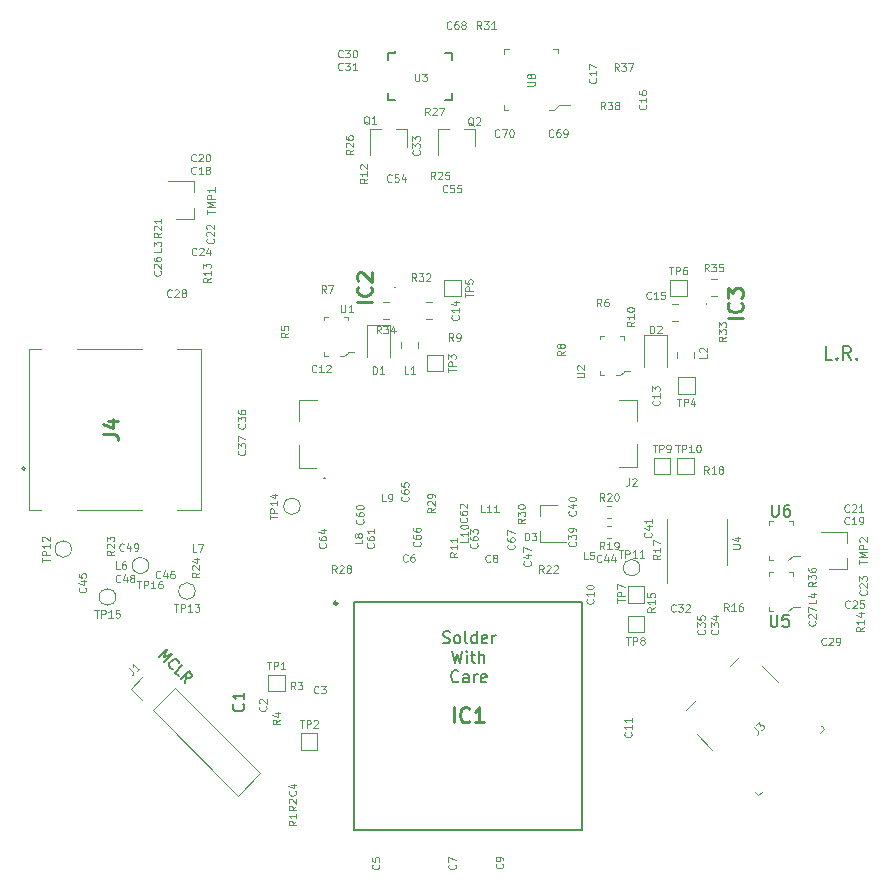
<source format=gto>
G04 #@! TF.GenerationSoftware,KiCad,Pcbnew,(5.1.5)-3*
G04 #@! TF.CreationDate,2020-02-20T11:24:20-05:00*
G04 #@! TF.ProjectId,Flight_Computer,466c6967-6874-45f4-936f-6d7075746572,rev?*
G04 #@! TF.SameCoordinates,Original*
G04 #@! TF.FileFunction,Legend,Top*
G04 #@! TF.FilePolarity,Positive*
%FSLAX46Y46*%
G04 Gerber Fmt 4.6, Leading zero omitted, Abs format (unit mm)*
G04 Created by KiCad (PCBNEW (5.1.5)-3) date 2020-02-20 11:24:20*
%MOMM*%
%LPD*%
G04 APERTURE LIST*
%ADD10C,0.150000*%
%ADD11C,0.152400*%
%ADD12C,0.127000*%
%ADD13C,0.200000*%
%ADD14C,0.100000*%
%ADD15C,0.250000*%
%ADD16C,0.120000*%
%ADD17C,0.254000*%
%ADD18C,0.101600*%
%ADD19C,0.114300*%
G04 APERTURE END LIST*
D10*
X150260323Y-144732361D02*
X150403180Y-144779980D01*
X150641276Y-144779980D01*
X150736514Y-144732361D01*
X150784133Y-144684742D01*
X150831752Y-144589504D01*
X150831752Y-144494266D01*
X150784133Y-144399028D01*
X150736514Y-144351409D01*
X150641276Y-144303790D01*
X150450800Y-144256171D01*
X150355561Y-144208552D01*
X150307942Y-144160933D01*
X150260323Y-144065695D01*
X150260323Y-143970457D01*
X150307942Y-143875219D01*
X150355561Y-143827600D01*
X150450800Y-143779980D01*
X150688895Y-143779980D01*
X150831752Y-143827600D01*
X151403180Y-144779980D02*
X151307942Y-144732361D01*
X151260323Y-144684742D01*
X151212704Y-144589504D01*
X151212704Y-144303790D01*
X151260323Y-144208552D01*
X151307942Y-144160933D01*
X151403180Y-144113314D01*
X151546038Y-144113314D01*
X151641276Y-144160933D01*
X151688895Y-144208552D01*
X151736514Y-144303790D01*
X151736514Y-144589504D01*
X151688895Y-144684742D01*
X151641276Y-144732361D01*
X151546038Y-144779980D01*
X151403180Y-144779980D01*
X152307942Y-144779980D02*
X152212704Y-144732361D01*
X152165085Y-144637123D01*
X152165085Y-143779980D01*
X153117466Y-144779980D02*
X153117466Y-143779980D01*
X153117466Y-144732361D02*
X153022228Y-144779980D01*
X152831752Y-144779980D01*
X152736514Y-144732361D01*
X152688895Y-144684742D01*
X152641276Y-144589504D01*
X152641276Y-144303790D01*
X152688895Y-144208552D01*
X152736514Y-144160933D01*
X152831752Y-144113314D01*
X153022228Y-144113314D01*
X153117466Y-144160933D01*
X153974609Y-144732361D02*
X153879371Y-144779980D01*
X153688895Y-144779980D01*
X153593657Y-144732361D01*
X153546038Y-144637123D01*
X153546038Y-144256171D01*
X153593657Y-144160933D01*
X153688895Y-144113314D01*
X153879371Y-144113314D01*
X153974609Y-144160933D01*
X154022228Y-144256171D01*
X154022228Y-144351409D01*
X153546038Y-144446647D01*
X154450800Y-144779980D02*
X154450800Y-144113314D01*
X154450800Y-144303790D02*
X154498419Y-144208552D01*
X154546038Y-144160933D01*
X154641276Y-144113314D01*
X154736514Y-144113314D01*
X151046038Y-145429980D02*
X151284133Y-146429980D01*
X151474609Y-145715695D01*
X151665085Y-146429980D01*
X151903180Y-145429980D01*
X152284133Y-146429980D02*
X152284133Y-145763314D01*
X152284133Y-145429980D02*
X152236514Y-145477600D01*
X152284133Y-145525219D01*
X152331752Y-145477600D01*
X152284133Y-145429980D01*
X152284133Y-145525219D01*
X152617466Y-145763314D02*
X152998419Y-145763314D01*
X152760323Y-145429980D02*
X152760323Y-146287123D01*
X152807942Y-146382361D01*
X152903180Y-146429980D01*
X152998419Y-146429980D01*
X153331752Y-146429980D02*
X153331752Y-145429980D01*
X153760323Y-146429980D02*
X153760323Y-145906171D01*
X153712704Y-145810933D01*
X153617466Y-145763314D01*
X153474609Y-145763314D01*
X153379371Y-145810933D01*
X153331752Y-145858552D01*
X151569847Y-147984742D02*
X151522228Y-148032361D01*
X151379371Y-148079980D01*
X151284133Y-148079980D01*
X151141276Y-148032361D01*
X151046038Y-147937123D01*
X150998419Y-147841885D01*
X150950800Y-147651409D01*
X150950800Y-147508552D01*
X150998419Y-147318076D01*
X151046038Y-147222838D01*
X151141276Y-147127600D01*
X151284133Y-147079980D01*
X151379371Y-147079980D01*
X151522228Y-147127600D01*
X151569847Y-147175219D01*
X152426990Y-148079980D02*
X152426990Y-147556171D01*
X152379371Y-147460933D01*
X152284133Y-147413314D01*
X152093657Y-147413314D01*
X151998419Y-147460933D01*
X152426990Y-148032361D02*
X152331752Y-148079980D01*
X152093657Y-148079980D01*
X151998419Y-148032361D01*
X151950800Y-147937123D01*
X151950800Y-147841885D01*
X151998419Y-147746647D01*
X152093657Y-147699028D01*
X152331752Y-147699028D01*
X152426990Y-147651409D01*
X152903180Y-148079980D02*
X152903180Y-147413314D01*
X152903180Y-147603790D02*
X152950800Y-147508552D01*
X152998419Y-147460933D01*
X153093657Y-147413314D01*
X153188895Y-147413314D01*
X153903180Y-148032361D02*
X153807942Y-148079980D01*
X153617466Y-148079980D01*
X153522228Y-148032361D01*
X153474609Y-147937123D01*
X153474609Y-147556171D01*
X153522228Y-147460933D01*
X153617466Y-147413314D01*
X153807942Y-147413314D01*
X153903180Y-147460933D01*
X153950800Y-147556171D01*
X153950800Y-147651409D01*
X153474609Y-147746647D01*
D11*
X183235600Y-120764471D02*
X182691314Y-120764471D01*
X182691314Y-119621471D01*
X183616600Y-120655614D02*
X183671028Y-120710042D01*
X183616600Y-120764471D01*
X183562171Y-120710042D01*
X183616600Y-120655614D01*
X183616600Y-120764471D01*
X184814028Y-120764471D02*
X184433028Y-120220185D01*
X184160885Y-120764471D02*
X184160885Y-119621471D01*
X184596314Y-119621471D01*
X184705171Y-119675900D01*
X184759600Y-119730328D01*
X184814028Y-119839185D01*
X184814028Y-120002471D01*
X184759600Y-120111328D01*
X184705171Y-120165757D01*
X184596314Y-120220185D01*
X184160885Y-120220185D01*
X185303885Y-120655614D02*
X185358314Y-120710042D01*
X185303885Y-120764471D01*
X185249457Y-120710042D01*
X185303885Y-120655614D01*
X185303885Y-120764471D01*
D12*
X126232627Y-145931376D02*
X126861245Y-145302759D01*
X126621771Y-145961311D01*
X127280323Y-145721837D01*
X126651706Y-146350455D01*
X127370126Y-146949139D02*
X127310258Y-146949139D01*
X127190521Y-146889270D01*
X127130653Y-146829402D01*
X127070784Y-146709665D01*
X127070784Y-146589929D01*
X127100718Y-146500126D01*
X127190521Y-146350455D01*
X127280323Y-146260653D01*
X127429994Y-146170850D01*
X127519797Y-146140916D01*
X127639534Y-146140916D01*
X127759270Y-146200784D01*
X127819139Y-146260653D01*
X127879007Y-146380389D01*
X127879007Y-146440258D01*
X127879007Y-147577757D02*
X127579665Y-147278415D01*
X128208283Y-146649797D01*
X128447757Y-148146506D02*
X128537559Y-147637625D01*
X128088546Y-147787296D02*
X128717164Y-147158678D01*
X128956638Y-147398152D01*
X128986572Y-147487954D01*
X128986572Y-147547823D01*
X128956638Y-147637625D01*
X128866835Y-147727428D01*
X128777033Y-147757362D01*
X128717164Y-147757362D01*
X128627362Y-147727428D01*
X128387888Y-147487954D01*
D13*
X114749400Y-129886300D02*
G75*
G03X114749400Y-130086300I0J-100000D01*
G01*
X114749400Y-130086300D02*
G75*
G03X114749400Y-129886300I0J100000D01*
G01*
X114749400Y-130086300D02*
X114749400Y-130086300D01*
X114749400Y-129886300D02*
X114749400Y-129886300D01*
D14*
X115249400Y-133486300D02*
X116249400Y-133486300D01*
X115249400Y-119886300D02*
X115249400Y-133486300D01*
X116249400Y-119886300D02*
X115249400Y-119886300D01*
X124749400Y-133486300D02*
X119249400Y-133486300D01*
X124749400Y-119886300D02*
X119249400Y-119886300D01*
X128249400Y-133486300D02*
X127749400Y-133486300D01*
X128249400Y-119886300D02*
X127749400Y-119886300D01*
X129749400Y-133486300D02*
X128249400Y-133486300D01*
X129749400Y-119886300D02*
X129749400Y-133486300D01*
X128249400Y-119886300D02*
X129749400Y-119886300D01*
D13*
X172574940Y-116042800D02*
G75*
G03X172574940Y-116042800I-13340J0D01*
G01*
X146196340Y-114669200D02*
G75*
G03X146196340Y-114669200I-13340J0D01*
G01*
D15*
X141300000Y-141405200D02*
G75*
G03X141300000Y-141405200I-125000J0D01*
G01*
D13*
X142750000Y-160555200D02*
X142750000Y-141255200D01*
X162050000Y-160555200D02*
X142750000Y-160555200D01*
X162050000Y-141255200D02*
X162050000Y-160555200D01*
X142750000Y-141255200D02*
X162050000Y-141255200D01*
D16*
X165898600Y-141343600D02*
X165898600Y-139943600D01*
X167298600Y-141343600D02*
X165898600Y-141343600D01*
X167298600Y-139943600D02*
X167298600Y-141343600D01*
X165898600Y-139943600D02*
X167298600Y-139943600D01*
X125350500Y-138205200D02*
G75*
G03X125350500Y-138205200I-700000J0D01*
G01*
X122556500Y-140872200D02*
G75*
G03X122556500Y-140872200I-700000J0D01*
G01*
X129287500Y-140364200D02*
G75*
G03X129287500Y-140364200I-700000J0D01*
G01*
X118810000Y-136808200D02*
G75*
G03X118810000Y-136808200I-700000J0D01*
G01*
X138177500Y-133188700D02*
G75*
G03X138177500Y-133188700I-700000J0D01*
G01*
X166943000Y-138395700D02*
G75*
G03X166943000Y-138395700I-700000J0D01*
G01*
D13*
X140300000Y-130829200D02*
G75*
G02X140200000Y-130829200I-50000J0D01*
G01*
X140200000Y-130829200D02*
G75*
G02X140300000Y-130829200I50000J0D01*
G01*
X140300000Y-130829200D02*
G75*
G02X140200000Y-130829200I-50000J0D01*
G01*
D14*
X138100000Y-128029200D02*
X138100000Y-129929200D01*
D13*
X140200000Y-130829200D02*
X140200000Y-130829200D01*
X140300000Y-130829200D02*
X140300000Y-130829200D01*
X140200000Y-130829200D02*
X140200000Y-130829200D01*
D14*
X166690000Y-129889200D02*
X166690000Y-129889200D01*
X165200000Y-129889200D02*
X166690000Y-129889200D01*
X165200000Y-129889200D02*
X165200000Y-129889200D01*
X166690000Y-129889200D02*
X165200000Y-129889200D01*
X166700000Y-129829200D02*
X166700000Y-127929200D01*
X166690000Y-129829200D02*
X166700000Y-129829200D01*
X166690000Y-127929200D02*
X166690000Y-129829200D01*
X166700000Y-127929200D02*
X166690000Y-127929200D01*
X166700000Y-125929200D02*
X166700000Y-124229200D01*
X166700000Y-125929200D02*
X166700000Y-125929200D01*
X166700000Y-124229200D02*
X166700000Y-125929200D01*
X166700000Y-124229200D02*
X166700000Y-124229200D01*
X165200000Y-124169200D02*
X165200000Y-124169200D01*
X166690000Y-124169200D02*
X165200000Y-124169200D01*
X166690000Y-124169200D02*
X166690000Y-124169200D01*
X165200000Y-124169200D02*
X166690000Y-124169200D01*
X138110000Y-124169200D02*
X138110000Y-124169200D01*
X139600000Y-124169200D02*
X138110000Y-124169200D01*
X139600000Y-124169200D02*
X139600000Y-124169200D01*
X138110000Y-124169200D02*
X139600000Y-124169200D01*
X138110000Y-124229200D02*
X138110000Y-125929200D01*
X138110000Y-124229200D02*
X138110000Y-124229200D01*
X138110000Y-125929200D02*
X138110000Y-124229200D01*
X138110000Y-125929200D02*
X138110000Y-125929200D01*
X138100000Y-129929200D02*
X138100000Y-129929200D01*
X139500000Y-129929200D02*
X138100000Y-129929200D01*
X139500000Y-129929200D02*
X139500000Y-129929200D01*
X138100000Y-129929200D02*
X139500000Y-129929200D01*
X177866800Y-138765000D02*
X178216800Y-138765000D01*
X177866800Y-139115000D02*
X177866800Y-138765000D01*
X179866800Y-138765000D02*
X179866800Y-139115000D01*
X179516800Y-138765000D02*
X179866800Y-138765000D01*
X177866800Y-142065000D02*
X178216800Y-142065000D01*
X177866800Y-141715000D02*
X177866800Y-142065000D01*
X179916800Y-141715000D02*
X179466800Y-142065000D01*
X180516800Y-141715000D02*
X179916800Y-141715000D01*
X177866800Y-134421600D02*
X178216800Y-134421600D01*
X177866800Y-134771600D02*
X177866800Y-134421600D01*
X179866800Y-134421600D02*
X179866800Y-134771600D01*
X179516800Y-134421600D02*
X179866800Y-134421600D01*
X177866800Y-137721600D02*
X178216800Y-137721600D01*
X177866800Y-137371600D02*
X177866800Y-137721600D01*
X179916800Y-137371600D02*
X179466800Y-137721600D01*
X180516800Y-137371600D02*
X179916800Y-137371600D01*
D11*
X146236000Y-94803200D02*
X146236000Y-94603200D01*
X146236000Y-94803200D02*
X145636000Y-94803200D01*
X145636000Y-94803200D02*
X145636000Y-95403200D01*
X145636000Y-98203200D02*
X145636000Y-98803200D01*
X145636000Y-98803200D02*
X146236000Y-98803200D01*
X150436000Y-98803200D02*
X151036000Y-98803200D01*
X151036000Y-98803200D02*
X151036000Y-98203200D01*
X151036000Y-95403200D02*
X151036000Y-94803200D01*
X151036000Y-94803200D02*
X150436000Y-94803200D01*
D14*
X160059000Y-99232200D02*
X161009000Y-99232200D01*
X159634000Y-99657200D02*
X160059000Y-99232200D01*
X159259000Y-99657200D02*
X159634000Y-99657200D01*
X160034000Y-94457200D02*
X159584000Y-94457200D01*
X160034000Y-94457200D02*
X160034000Y-94832200D01*
X155434000Y-94457200D02*
X155434000Y-94857200D01*
X155434000Y-94457200D02*
X155884000Y-94457200D01*
X155434000Y-99657200D02*
X155434000Y-99232200D01*
X155434000Y-99657200D02*
X155809000Y-99657200D01*
X176942167Y-157671666D02*
X177242687Y-157371146D01*
X176730035Y-157459534D02*
X176942167Y-157671666D01*
X176730035Y-157459534D02*
X176677002Y-157406501D01*
X182563666Y-152050167D02*
X182210113Y-152403720D01*
X182333856Y-151820357D02*
X182563666Y-152050167D01*
X182333856Y-151820357D02*
X182280823Y-151767324D01*
X178586190Y-148072691D02*
X177260365Y-146746866D01*
X171744932Y-152474431D02*
X173070757Y-153800256D01*
X175298144Y-145951371D02*
X174538004Y-146711511D01*
X171674222Y-149575293D02*
X170808016Y-150441499D01*
D16*
X170115000Y-130472400D02*
X170115000Y-129072400D01*
X171515000Y-130472400D02*
X170115000Y-130472400D01*
X171515000Y-129072400D02*
X171515000Y-130472400D01*
X170115000Y-129072400D02*
X171515000Y-129072400D01*
X168108400Y-130472400D02*
X168108400Y-129072400D01*
X169508400Y-130472400D02*
X168108400Y-130472400D01*
X169508400Y-129072400D02*
X169508400Y-130472400D01*
X168108400Y-129072400D02*
X169508400Y-129072400D01*
X167285900Y-142470900D02*
X167285900Y-143870900D01*
X165885900Y-142470900D02*
X167285900Y-142470900D01*
X165885900Y-143870900D02*
X165885900Y-142470900D01*
X167285900Y-143870900D02*
X165885900Y-143870900D01*
X169505400Y-115410200D02*
X169505400Y-114010200D01*
X170905400Y-115410200D02*
X169505400Y-115410200D01*
X170905400Y-114010200D02*
X170905400Y-115410200D01*
X169505400Y-114010200D02*
X170905400Y-114010200D01*
X150353800Y-114010200D02*
X151753800Y-114010200D01*
X150353800Y-115410200D02*
X150353800Y-114010200D01*
X151753800Y-115410200D02*
X150353800Y-115410200D01*
X151753800Y-114010200D02*
X151753800Y-115410200D01*
X171565800Y-122265200D02*
X171565800Y-123665200D01*
X170165800Y-122265200D02*
X171565800Y-122265200D01*
X170165800Y-123665200D02*
X170165800Y-122265200D01*
X171565800Y-123665200D02*
X170165800Y-123665200D01*
X148906000Y-120360200D02*
X150306000Y-120360200D01*
X148906000Y-121760200D02*
X148906000Y-120360200D01*
X150306000Y-121760200D02*
X148906000Y-121760200D01*
X150306000Y-120360200D02*
X150306000Y-121760200D01*
X138238000Y-153789600D02*
X138238000Y-152389600D01*
X139638000Y-153789600D02*
X138238000Y-153789600D01*
X139638000Y-152389600D02*
X139638000Y-153789600D01*
X138238000Y-152389600D02*
X139638000Y-152389600D01*
X135469400Y-148836600D02*
X135469400Y-147436600D01*
X136869400Y-148836600D02*
X135469400Y-148836600D01*
X136869400Y-147436600D02*
X136869400Y-148836600D01*
X135469400Y-147436600D02*
X136869400Y-147436600D01*
X171525000Y-120654578D02*
X171525000Y-120137422D01*
X170105000Y-120654578D02*
X170105000Y-120137422D01*
X148157000Y-119794778D02*
X148157000Y-119277622D01*
X146737000Y-119794778D02*
X146737000Y-119277622D01*
X152964000Y-101246400D02*
X152964000Y-102706400D01*
X149804000Y-101246400D02*
X149804000Y-103406400D01*
X149804000Y-101246400D02*
X150734000Y-101246400D01*
X152964000Y-101246400D02*
X152034000Y-101246400D01*
X147245200Y-101275600D02*
X147245200Y-102735600D01*
X144085200Y-101275600D02*
X144085200Y-103435600D01*
X144085200Y-101275600D02*
X145015200Y-101275600D01*
X147245200Y-101275600D02*
X146315200Y-101275600D01*
X145740000Y-120536200D02*
X145740000Y-117851200D01*
X145740000Y-117851200D02*
X143820000Y-117851200D01*
X143820000Y-117851200D02*
X143820000Y-120536200D01*
X164500779Y-133123200D02*
X164175221Y-133123200D01*
X164500779Y-134143200D02*
X164175221Y-134143200D01*
D14*
X140224000Y-120099200D02*
X140224000Y-120424200D01*
X140224000Y-120424200D02*
X140524000Y-120424200D01*
X142224000Y-117449200D02*
X142224000Y-117124200D01*
X142224000Y-117124200D02*
X141924000Y-117124200D01*
X140224000Y-117424200D02*
X140224000Y-117124200D01*
X140224000Y-117124200D02*
X140549000Y-117124200D01*
X141899000Y-120424200D02*
X142224000Y-120199200D01*
X142224000Y-120199200D02*
X142224000Y-120099200D01*
X142224000Y-120099200D02*
X142749000Y-120099200D01*
X141899000Y-120424200D02*
X141524000Y-120424200D01*
D16*
X170133778Y-117499200D02*
X169616622Y-117499200D01*
X170133778Y-116079200D02*
X169616622Y-116079200D01*
X148839422Y-115905200D02*
X149356578Y-115905200D01*
X148839422Y-117325200D02*
X149356578Y-117325200D01*
D14*
X163592000Y-121721000D02*
X163592000Y-122046000D01*
X163592000Y-122046000D02*
X163892000Y-122046000D01*
X165592000Y-119071000D02*
X165592000Y-118746000D01*
X165592000Y-118746000D02*
X165292000Y-118746000D01*
X163592000Y-119046000D02*
X163592000Y-118746000D01*
X163592000Y-118746000D02*
X163917000Y-118746000D01*
X165267000Y-122046000D02*
X165592000Y-121821000D01*
X165592000Y-121821000D02*
X165592000Y-121721000D01*
X165592000Y-121721000D02*
X166117000Y-121721000D01*
X165267000Y-122046000D02*
X164892000Y-122046000D01*
D16*
X174327500Y-136236700D02*
X174327500Y-134286700D01*
X174327500Y-136236700D02*
X174327500Y-138186700D01*
X169207500Y-136236700D02*
X169207500Y-134286700D01*
X169207500Y-136236700D02*
X169207500Y-139686700D01*
X164175221Y-135857700D02*
X164500779Y-135857700D01*
X164175221Y-134837700D02*
X164500779Y-134837700D01*
X172918622Y-115365600D02*
X173435778Y-115365600D01*
X172918622Y-113945600D02*
X173435778Y-113945600D01*
X145673578Y-115905200D02*
X145156422Y-115905200D01*
X145673578Y-117325200D02*
X145156422Y-117325200D01*
X184447720Y-138538060D02*
X182987720Y-138538060D01*
X184447720Y-135378060D02*
X182287720Y-135378060D01*
X184447720Y-135378060D02*
X184447720Y-136308060D01*
X184447720Y-138538060D02*
X184447720Y-137608060D01*
X129151920Y-108830220D02*
X127691920Y-108830220D01*
X129151920Y-105670220D02*
X126991920Y-105670220D01*
X129151920Y-105670220D02*
X129151920Y-106600220D01*
X129151920Y-108830220D02*
X129151920Y-107900220D01*
X123849096Y-148619200D02*
X124789548Y-147678748D01*
X124789548Y-149559652D02*
X123849096Y-148619200D01*
X125687574Y-150457678D02*
X127568478Y-148576774D01*
X127568478Y-148576774D02*
X134795109Y-155803405D01*
X125687574Y-150457678D02*
X132914205Y-157684309D01*
X132914205Y-157684309D02*
X134795109Y-155803405D01*
X158498000Y-133069200D02*
X158498000Y-133999200D01*
X158498000Y-136229200D02*
X158498000Y-135299200D01*
X158498000Y-136229200D02*
X160658000Y-136229200D01*
X158498000Y-133069200D02*
X159958000Y-133069200D01*
X169235000Y-121396000D02*
X169235000Y-118711000D01*
X169235000Y-118711000D02*
X167315000Y-118711000D01*
X167315000Y-118711000D02*
X167315000Y-121396000D01*
D17*
X121503923Y-127109633D02*
X122411066Y-127109633D01*
X122592495Y-127170109D01*
X122713447Y-127291061D01*
X122773923Y-127472490D01*
X122773923Y-127593442D01*
X121927257Y-125960585D02*
X122773923Y-125960585D01*
X121443447Y-126262966D02*
X122350590Y-126565347D01*
X122350590Y-125779157D01*
X175639123Y-117278561D02*
X174369123Y-117278561D01*
X175518171Y-115948085D02*
X175578647Y-116008561D01*
X175639123Y-116189990D01*
X175639123Y-116310942D01*
X175578647Y-116492371D01*
X175457695Y-116613323D01*
X175336742Y-116673800D01*
X175094838Y-116734276D01*
X174913409Y-116734276D01*
X174671504Y-116673800D01*
X174550552Y-116613323D01*
X174429600Y-116492371D01*
X174369123Y-116310942D01*
X174369123Y-116189990D01*
X174429600Y-116008561D01*
X174490076Y-115948085D01*
X174369123Y-115524752D02*
X174369123Y-114738561D01*
X174852933Y-115161895D01*
X174852933Y-114980466D01*
X174913409Y-114859514D01*
X174973885Y-114799038D01*
X175094838Y-114738561D01*
X175397219Y-114738561D01*
X175518171Y-114799038D01*
X175578647Y-114859514D01*
X175639123Y-114980466D01*
X175639123Y-115343323D01*
X175578647Y-115464276D01*
X175518171Y-115524752D01*
X144254523Y-115912961D02*
X142984523Y-115912961D01*
X144133571Y-114582485D02*
X144194047Y-114642961D01*
X144254523Y-114824390D01*
X144254523Y-114945342D01*
X144194047Y-115126771D01*
X144073095Y-115247723D01*
X143952142Y-115308200D01*
X143710238Y-115368676D01*
X143528809Y-115368676D01*
X143286904Y-115308200D01*
X143165952Y-115247723D01*
X143045000Y-115126771D01*
X142984523Y-114945342D01*
X142984523Y-114824390D01*
X143045000Y-114642961D01*
X143105476Y-114582485D01*
X143105476Y-114098676D02*
X143045000Y-114038200D01*
X142984523Y-113917247D01*
X142984523Y-113614866D01*
X143045000Y-113493914D01*
X143105476Y-113433438D01*
X143226428Y-113372961D01*
X143347380Y-113372961D01*
X143528809Y-113433438D01*
X144254523Y-114159152D01*
X144254523Y-113372961D01*
X151160238Y-151479723D02*
X151160238Y-150209723D01*
X152490714Y-151358771D02*
X152430238Y-151419247D01*
X152248809Y-151479723D01*
X152127857Y-151479723D01*
X151946428Y-151419247D01*
X151825476Y-151298295D01*
X151765000Y-151177342D01*
X151704523Y-150935438D01*
X151704523Y-150754009D01*
X151765000Y-150512104D01*
X151825476Y-150391152D01*
X151946428Y-150270200D01*
X152127857Y-150209723D01*
X152248809Y-150209723D01*
X152430238Y-150270200D01*
X152490714Y-150330676D01*
X153700238Y-151479723D02*
X152974523Y-151479723D01*
X153337380Y-151479723D02*
X153337380Y-150209723D01*
X153216428Y-150391152D01*
X153095476Y-150512104D01*
X152974523Y-150572580D01*
D18*
X165031661Y-141343309D02*
X165031661Y-140980452D01*
X165666661Y-141161880D02*
X165031661Y-141161880D01*
X165666661Y-140768785D02*
X165031661Y-140768785D01*
X165031661Y-140526880D01*
X165061900Y-140466404D01*
X165092138Y-140436166D01*
X165152614Y-140405928D01*
X165243328Y-140405928D01*
X165303804Y-140436166D01*
X165334042Y-140466404D01*
X165364280Y-140526880D01*
X165364280Y-140768785D01*
X165031661Y-140194261D02*
X165031661Y-139770928D01*
X165666661Y-140043071D01*
X165148985Y-96328461D02*
X164937319Y-96026080D01*
X164786128Y-96328461D02*
X164786128Y-95693461D01*
X165028033Y-95693461D01*
X165088509Y-95723700D01*
X165118747Y-95753938D01*
X165148985Y-95814414D01*
X165148985Y-95905128D01*
X165118747Y-95965604D01*
X165088509Y-95995842D01*
X165028033Y-96026080D01*
X164786128Y-96026080D01*
X165360652Y-95693461D02*
X165753747Y-95693461D01*
X165542080Y-95935366D01*
X165632795Y-95935366D01*
X165693271Y-95965604D01*
X165723509Y-95995842D01*
X165753747Y-96056319D01*
X165753747Y-96207509D01*
X165723509Y-96267985D01*
X165693271Y-96298223D01*
X165632795Y-96328461D01*
X165451366Y-96328461D01*
X165390890Y-96298223D01*
X165360652Y-96267985D01*
X165965414Y-95693461D02*
X166388747Y-95693461D01*
X166116604Y-96328461D01*
X163980585Y-99579661D02*
X163768919Y-99277280D01*
X163617728Y-99579661D02*
X163617728Y-98944661D01*
X163859633Y-98944661D01*
X163920109Y-98974900D01*
X163950347Y-99005138D01*
X163980585Y-99065614D01*
X163980585Y-99156328D01*
X163950347Y-99216804D01*
X163920109Y-99247042D01*
X163859633Y-99277280D01*
X163617728Y-99277280D01*
X164192252Y-98944661D02*
X164585347Y-98944661D01*
X164373680Y-99186566D01*
X164464395Y-99186566D01*
X164524871Y-99216804D01*
X164555109Y-99247042D01*
X164585347Y-99307519D01*
X164585347Y-99458709D01*
X164555109Y-99519185D01*
X164524871Y-99549423D01*
X164464395Y-99579661D01*
X164282966Y-99579661D01*
X164222490Y-99549423D01*
X164192252Y-99519185D01*
X164948204Y-99216804D02*
X164887728Y-99186566D01*
X164857490Y-99156328D01*
X164827252Y-99095852D01*
X164827252Y-99065614D01*
X164857490Y-99005138D01*
X164887728Y-98974900D01*
X164948204Y-98944661D01*
X165069157Y-98944661D01*
X165129633Y-98974900D01*
X165159871Y-99005138D01*
X165190109Y-99065614D01*
X165190109Y-99095852D01*
X165159871Y-99156328D01*
X165129633Y-99186566D01*
X165069157Y-99216804D01*
X164948204Y-99216804D01*
X164887728Y-99247042D01*
X164857490Y-99277280D01*
X164827252Y-99337757D01*
X164827252Y-99458709D01*
X164857490Y-99519185D01*
X164887728Y-99549423D01*
X164948204Y-99579661D01*
X165069157Y-99579661D01*
X165129633Y-99549423D01*
X165159871Y-99519185D01*
X165190109Y-99458709D01*
X165190109Y-99337757D01*
X165159871Y-99277280D01*
X165129633Y-99247042D01*
X165069157Y-99216804D01*
X163193185Y-96957414D02*
X163223423Y-96987652D01*
X163253661Y-97078366D01*
X163253661Y-97138842D01*
X163223423Y-97229557D01*
X163162947Y-97290033D01*
X163102471Y-97320271D01*
X162981519Y-97350509D01*
X162890804Y-97350509D01*
X162769852Y-97320271D01*
X162709376Y-97290033D01*
X162648900Y-97229557D01*
X162618661Y-97138842D01*
X162618661Y-97078366D01*
X162648900Y-96987652D01*
X162679138Y-96957414D01*
X163253661Y-96352652D02*
X163253661Y-96715509D01*
X163253661Y-96534080D02*
X162618661Y-96534080D01*
X162709376Y-96594557D01*
X162769852Y-96655033D01*
X162800090Y-96715509D01*
X162618661Y-96140985D02*
X162618661Y-95717652D01*
X163253661Y-95989795D01*
X167411185Y-99192614D02*
X167441423Y-99222852D01*
X167471661Y-99313566D01*
X167471661Y-99374042D01*
X167441423Y-99464757D01*
X167380947Y-99525233D01*
X167320471Y-99555471D01*
X167199519Y-99585709D01*
X167108804Y-99585709D01*
X166987852Y-99555471D01*
X166927376Y-99525233D01*
X166866900Y-99464757D01*
X166836661Y-99374042D01*
X166836661Y-99313566D01*
X166866900Y-99222852D01*
X166897138Y-99192614D01*
X167471661Y-98587852D02*
X167471661Y-98950709D01*
X167471661Y-98769280D02*
X166836661Y-98769280D01*
X166927376Y-98829757D01*
X166987852Y-98890233D01*
X167018090Y-98950709D01*
X166836661Y-98043566D02*
X166836661Y-98164519D01*
X166866900Y-98224995D01*
X166897138Y-98255233D01*
X166987852Y-98315709D01*
X167108804Y-98345947D01*
X167350709Y-98345947D01*
X167411185Y-98315709D01*
X167441423Y-98285471D01*
X167471661Y-98224995D01*
X167471661Y-98104042D01*
X167441423Y-98043566D01*
X167411185Y-98013328D01*
X167350709Y-97983090D01*
X167199519Y-97983090D01*
X167139042Y-98013328D01*
X167108804Y-98043566D01*
X167078566Y-98104042D01*
X167078566Y-98224995D01*
X167108804Y-98285471D01*
X167139042Y-98315709D01*
X167199519Y-98345947D01*
D19*
X156284385Y-136429014D02*
X156314623Y-136459252D01*
X156344861Y-136549966D01*
X156344861Y-136610442D01*
X156314623Y-136701157D01*
X156254147Y-136761633D01*
X156193671Y-136791871D01*
X156072719Y-136822109D01*
X155982004Y-136822109D01*
X155861052Y-136791871D01*
X155800576Y-136761633D01*
X155740100Y-136701157D01*
X155709861Y-136610442D01*
X155709861Y-136549966D01*
X155740100Y-136459252D01*
X155770338Y-136429014D01*
X155709861Y-135884728D02*
X155709861Y-136005680D01*
X155740100Y-136066157D01*
X155770338Y-136096395D01*
X155861052Y-136156871D01*
X155982004Y-136187109D01*
X156223909Y-136187109D01*
X156284385Y-136156871D01*
X156314623Y-136126633D01*
X156344861Y-136066157D01*
X156344861Y-135945204D01*
X156314623Y-135884728D01*
X156284385Y-135854490D01*
X156223909Y-135824252D01*
X156072719Y-135824252D01*
X156012242Y-135854490D01*
X155982004Y-135884728D01*
X155951766Y-135945204D01*
X155951766Y-136066157D01*
X155982004Y-136126633D01*
X156012242Y-136156871D01*
X156072719Y-136187109D01*
X155709861Y-135612585D02*
X155709861Y-135189252D01*
X156344861Y-135461395D01*
D18*
X157208461Y-134244614D02*
X156906080Y-134456280D01*
X157208461Y-134607471D02*
X156573461Y-134607471D01*
X156573461Y-134365566D01*
X156603700Y-134305090D01*
X156633938Y-134274852D01*
X156694414Y-134244614D01*
X156785128Y-134244614D01*
X156845604Y-134274852D01*
X156875842Y-134305090D01*
X156906080Y-134365566D01*
X156906080Y-134607471D01*
X156573461Y-134032947D02*
X156573461Y-133639852D01*
X156815366Y-133851519D01*
X156815366Y-133760804D01*
X156845604Y-133700328D01*
X156875842Y-133670090D01*
X156936319Y-133639852D01*
X157087509Y-133639852D01*
X157147985Y-133670090D01*
X157178223Y-133700328D01*
X157208461Y-133760804D01*
X157208461Y-133942233D01*
X157178223Y-134002709D01*
X157147985Y-134032947D01*
X156573461Y-133246757D02*
X156573461Y-133186280D01*
X156603700Y-133125804D01*
X156633938Y-133095566D01*
X156694414Y-133065328D01*
X156815366Y-133035090D01*
X156966557Y-133035090D01*
X157087509Y-133065328D01*
X157147985Y-133095566D01*
X157178223Y-133125804D01*
X157208461Y-133186280D01*
X157208461Y-133246757D01*
X157178223Y-133307233D01*
X157147985Y-133337471D01*
X157087509Y-133367709D01*
X156966557Y-133397947D01*
X156815366Y-133397947D01*
X156694414Y-133367709D01*
X156633938Y-133337471D01*
X156603700Y-133307233D01*
X156573461Y-133246757D01*
X149575761Y-133342914D02*
X149273380Y-133554580D01*
X149575761Y-133705771D02*
X148940761Y-133705771D01*
X148940761Y-133463866D01*
X148971000Y-133403390D01*
X149001238Y-133373152D01*
X149061714Y-133342914D01*
X149152428Y-133342914D01*
X149212904Y-133373152D01*
X149243142Y-133403390D01*
X149273380Y-133463866D01*
X149273380Y-133705771D01*
X149001238Y-133101009D02*
X148971000Y-133070771D01*
X148940761Y-133010295D01*
X148940761Y-132859104D01*
X148971000Y-132798628D01*
X149001238Y-132768390D01*
X149061714Y-132738152D01*
X149122190Y-132738152D01*
X149212904Y-132768390D01*
X149575761Y-133131247D01*
X149575761Y-132738152D01*
X149575761Y-132435771D02*
X149575761Y-132314819D01*
X149545523Y-132254342D01*
X149515285Y-132224104D01*
X149424571Y-132163628D01*
X149303619Y-132133390D01*
X149061714Y-132133390D01*
X149001238Y-132163628D01*
X148971000Y-132193866D01*
X148940761Y-132254342D01*
X148940761Y-132375295D01*
X148971000Y-132435771D01*
X149001238Y-132466009D01*
X149061714Y-132496247D01*
X149212904Y-132496247D01*
X149273380Y-132466009D01*
X149303619Y-132435771D01*
X149333857Y-132375295D01*
X149333857Y-132254342D01*
X149303619Y-132193866D01*
X149273380Y-132163628D01*
X149212904Y-132133390D01*
X141260285Y-138809961D02*
X141048619Y-138507580D01*
X140897428Y-138809961D02*
X140897428Y-138174961D01*
X141139333Y-138174961D01*
X141199809Y-138205200D01*
X141230047Y-138235438D01*
X141260285Y-138295914D01*
X141260285Y-138386628D01*
X141230047Y-138447104D01*
X141199809Y-138477342D01*
X141139333Y-138507580D01*
X140897428Y-138507580D01*
X141502190Y-138235438D02*
X141532428Y-138205200D01*
X141592904Y-138174961D01*
X141744095Y-138174961D01*
X141804571Y-138205200D01*
X141834809Y-138235438D01*
X141865047Y-138295914D01*
X141865047Y-138356390D01*
X141834809Y-138447104D01*
X141471952Y-138809961D01*
X141865047Y-138809961D01*
X142227904Y-138447104D02*
X142167428Y-138416866D01*
X142137190Y-138386628D01*
X142106952Y-138326152D01*
X142106952Y-138295914D01*
X142137190Y-138235438D01*
X142167428Y-138205200D01*
X142227904Y-138174961D01*
X142348857Y-138174961D01*
X142409333Y-138205200D01*
X142439571Y-138235438D01*
X142469809Y-138295914D01*
X142469809Y-138326152D01*
X142439571Y-138386628D01*
X142409333Y-138416866D01*
X142348857Y-138447104D01*
X142227904Y-138447104D01*
X142167428Y-138477342D01*
X142137190Y-138507580D01*
X142106952Y-138568057D01*
X142106952Y-138689009D01*
X142137190Y-138749485D01*
X142167428Y-138779723D01*
X142227904Y-138809961D01*
X142348857Y-138809961D01*
X142409333Y-138779723D01*
X142439571Y-138749485D01*
X142469809Y-138689009D01*
X142469809Y-138568057D01*
X142439571Y-138507580D01*
X142409333Y-138477342D01*
X142348857Y-138447104D01*
X151480761Y-137089414D02*
X151178380Y-137301080D01*
X151480761Y-137452271D02*
X150845761Y-137452271D01*
X150845761Y-137210366D01*
X150876000Y-137149890D01*
X150906238Y-137119652D01*
X150966714Y-137089414D01*
X151057428Y-137089414D01*
X151117904Y-137119652D01*
X151148142Y-137149890D01*
X151178380Y-137210366D01*
X151178380Y-137452271D01*
X151480761Y-136484652D02*
X151480761Y-136847509D01*
X151480761Y-136666080D02*
X150845761Y-136666080D01*
X150936476Y-136726557D01*
X150996952Y-136787033D01*
X151027190Y-136847509D01*
X151480761Y-135879890D02*
X151480761Y-136242747D01*
X151480761Y-136061319D02*
X150845761Y-136061319D01*
X150936476Y-136121795D01*
X150996952Y-136182271D01*
X151027190Y-136242747D01*
X124372309Y-139508461D02*
X124735166Y-139508461D01*
X124553738Y-140143461D02*
X124553738Y-139508461D01*
X124946833Y-140143461D02*
X124946833Y-139508461D01*
X125188738Y-139508461D01*
X125249214Y-139538700D01*
X125279452Y-139568938D01*
X125309690Y-139629414D01*
X125309690Y-139720128D01*
X125279452Y-139780604D01*
X125249214Y-139810842D01*
X125188738Y-139841080D01*
X124946833Y-139841080D01*
X125914452Y-140143461D02*
X125551595Y-140143461D01*
X125733023Y-140143461D02*
X125733023Y-139508461D01*
X125672547Y-139599176D01*
X125612071Y-139659652D01*
X125551595Y-139689890D01*
X126458738Y-139508461D02*
X126337785Y-139508461D01*
X126277309Y-139538700D01*
X126247071Y-139568938D01*
X126186595Y-139659652D01*
X126156357Y-139780604D01*
X126156357Y-140022509D01*
X126186595Y-140082985D01*
X126216833Y-140113223D01*
X126277309Y-140143461D01*
X126398261Y-140143461D01*
X126458738Y-140113223D01*
X126488976Y-140082985D01*
X126519214Y-140022509D01*
X126519214Y-139871319D01*
X126488976Y-139810842D01*
X126458738Y-139780604D01*
X126398261Y-139750366D01*
X126277309Y-139750366D01*
X126216833Y-139780604D01*
X126186595Y-139810842D01*
X126156357Y-139871319D01*
X120752809Y-141972461D02*
X121115666Y-141972461D01*
X120934238Y-142607461D02*
X120934238Y-141972461D01*
X121327333Y-142607461D02*
X121327333Y-141972461D01*
X121569238Y-141972461D01*
X121629714Y-142002700D01*
X121659952Y-142032938D01*
X121690190Y-142093414D01*
X121690190Y-142184128D01*
X121659952Y-142244604D01*
X121629714Y-142274842D01*
X121569238Y-142305080D01*
X121327333Y-142305080D01*
X122294952Y-142607461D02*
X121932095Y-142607461D01*
X122113523Y-142607461D02*
X122113523Y-141972461D01*
X122053047Y-142063176D01*
X121992571Y-142123652D01*
X121932095Y-142153890D01*
X122869476Y-141972461D02*
X122567095Y-141972461D01*
X122536857Y-142274842D01*
X122567095Y-142244604D01*
X122627571Y-142214366D01*
X122778761Y-142214366D01*
X122839238Y-142244604D01*
X122869476Y-142274842D01*
X122899714Y-142335319D01*
X122899714Y-142486509D01*
X122869476Y-142546985D01*
X122839238Y-142577223D01*
X122778761Y-142607461D01*
X122627571Y-142607461D01*
X122567095Y-142577223D01*
X122536857Y-142546985D01*
X127483809Y-141464461D02*
X127846666Y-141464461D01*
X127665238Y-142099461D02*
X127665238Y-141464461D01*
X128058333Y-142099461D02*
X128058333Y-141464461D01*
X128300238Y-141464461D01*
X128360714Y-141494700D01*
X128390952Y-141524938D01*
X128421190Y-141585414D01*
X128421190Y-141676128D01*
X128390952Y-141736604D01*
X128360714Y-141766842D01*
X128300238Y-141797080D01*
X128058333Y-141797080D01*
X129025952Y-142099461D02*
X128663095Y-142099461D01*
X128844523Y-142099461D02*
X128844523Y-141464461D01*
X128784047Y-141555176D01*
X128723571Y-141615652D01*
X128663095Y-141645890D01*
X129237619Y-141464461D02*
X129630714Y-141464461D01*
X129419047Y-141706366D01*
X129509761Y-141706366D01*
X129570238Y-141736604D01*
X129600476Y-141766842D01*
X129630714Y-141827319D01*
X129630714Y-141978509D01*
X129600476Y-142038985D01*
X129570238Y-142069223D01*
X129509761Y-142099461D01*
X129328333Y-142099461D01*
X129267857Y-142069223D01*
X129237619Y-142038985D01*
X116314261Y-137911890D02*
X116314261Y-137549033D01*
X116949261Y-137730461D02*
X116314261Y-137730461D01*
X116949261Y-137337366D02*
X116314261Y-137337366D01*
X116314261Y-137095461D01*
X116344500Y-137034985D01*
X116374738Y-137004747D01*
X116435214Y-136974509D01*
X116525928Y-136974509D01*
X116586404Y-137004747D01*
X116616642Y-137034985D01*
X116646880Y-137095461D01*
X116646880Y-137337366D01*
X116949261Y-136369747D02*
X116949261Y-136732604D01*
X116949261Y-136551176D02*
X116314261Y-136551176D01*
X116404976Y-136611652D01*
X116465452Y-136672128D01*
X116495690Y-136732604D01*
X116374738Y-136127842D02*
X116344500Y-136097604D01*
X116314261Y-136037128D01*
X116314261Y-135885938D01*
X116344500Y-135825461D01*
X116374738Y-135795223D01*
X116435214Y-135764985D01*
X116495690Y-135764985D01*
X116586404Y-135795223D01*
X116949261Y-136158080D01*
X116949261Y-135764985D01*
D19*
X119987785Y-140073914D02*
X120018023Y-140104152D01*
X120048261Y-140194866D01*
X120048261Y-140255342D01*
X120018023Y-140346057D01*
X119957547Y-140406533D01*
X119897071Y-140436771D01*
X119776119Y-140467009D01*
X119685404Y-140467009D01*
X119564452Y-140436771D01*
X119503976Y-140406533D01*
X119443500Y-140346057D01*
X119413261Y-140255342D01*
X119413261Y-140194866D01*
X119443500Y-140104152D01*
X119473738Y-140073914D01*
X119624928Y-139529628D02*
X120048261Y-139529628D01*
X119383023Y-139680819D02*
X119836595Y-139832009D01*
X119836595Y-139438914D01*
X119413261Y-138894628D02*
X119413261Y-139197009D01*
X119715642Y-139227247D01*
X119685404Y-139197009D01*
X119655166Y-139136533D01*
X119655166Y-138985342D01*
X119685404Y-138924866D01*
X119715642Y-138894628D01*
X119776119Y-138864390D01*
X119927309Y-138864390D01*
X119987785Y-138894628D01*
X120018023Y-138924866D01*
X120048261Y-138985342D01*
X120048261Y-139136533D01*
X120018023Y-139197009D01*
X119987785Y-139227247D01*
D18*
X135605761Y-134292390D02*
X135605761Y-133929533D01*
X136240761Y-134110961D02*
X135605761Y-134110961D01*
X136240761Y-133717866D02*
X135605761Y-133717866D01*
X135605761Y-133475961D01*
X135636000Y-133415485D01*
X135666238Y-133385247D01*
X135726714Y-133355009D01*
X135817428Y-133355009D01*
X135877904Y-133385247D01*
X135908142Y-133415485D01*
X135938380Y-133475961D01*
X135938380Y-133717866D01*
X136240761Y-132750247D02*
X136240761Y-133113104D01*
X136240761Y-132931676D02*
X135605761Y-132931676D01*
X135696476Y-132992152D01*
X135756952Y-133052628D01*
X135787190Y-133113104D01*
X135817428Y-132205961D02*
X136240761Y-132205961D01*
X135575523Y-132357152D02*
X136029095Y-132508342D01*
X136029095Y-132115247D01*
X165139309Y-136904961D02*
X165502166Y-136904961D01*
X165320738Y-137539961D02*
X165320738Y-136904961D01*
X165713833Y-137539961D02*
X165713833Y-136904961D01*
X165955738Y-136904961D01*
X166016214Y-136935200D01*
X166046452Y-136965438D01*
X166076690Y-137025914D01*
X166076690Y-137116628D01*
X166046452Y-137177104D01*
X166016214Y-137207342D01*
X165955738Y-137237580D01*
X165713833Y-137237580D01*
X166681452Y-137539961D02*
X166318595Y-137539961D01*
X166500023Y-137539961D02*
X166500023Y-136904961D01*
X166439547Y-136995676D01*
X166379071Y-137056152D01*
X166318595Y-137086390D01*
X167286214Y-137539961D02*
X166923357Y-137539961D01*
X167104785Y-137539961D02*
X167104785Y-136904961D01*
X167044309Y-136995676D01*
X166983833Y-137056152D01*
X166923357Y-137086390D01*
X129636761Y-138803914D02*
X129334380Y-139015580D01*
X129636761Y-139166771D02*
X129001761Y-139166771D01*
X129001761Y-138924866D01*
X129032000Y-138864390D01*
X129062238Y-138834152D01*
X129122714Y-138803914D01*
X129213428Y-138803914D01*
X129273904Y-138834152D01*
X129304142Y-138864390D01*
X129334380Y-138924866D01*
X129334380Y-139166771D01*
X129062238Y-138562009D02*
X129032000Y-138531771D01*
X129001761Y-138471295D01*
X129001761Y-138320104D01*
X129032000Y-138259628D01*
X129062238Y-138229390D01*
X129122714Y-138199152D01*
X129183190Y-138199152D01*
X129273904Y-138229390D01*
X129636761Y-138592247D01*
X129636761Y-138199152D01*
X129213428Y-137654866D02*
X129636761Y-137654866D01*
X128971523Y-137806057D02*
X129425095Y-137957247D01*
X129425095Y-137564152D01*
X122424761Y-136962414D02*
X122122380Y-137174080D01*
X122424761Y-137325271D02*
X121789761Y-137325271D01*
X121789761Y-137083366D01*
X121820000Y-137022890D01*
X121850238Y-136992652D01*
X121910714Y-136962414D01*
X122001428Y-136962414D01*
X122061904Y-136992652D01*
X122092142Y-137022890D01*
X122122380Y-137083366D01*
X122122380Y-137325271D01*
X121850238Y-136720509D02*
X121820000Y-136690271D01*
X121789761Y-136629795D01*
X121789761Y-136478604D01*
X121820000Y-136418128D01*
X121850238Y-136387890D01*
X121910714Y-136357652D01*
X121971190Y-136357652D01*
X122061904Y-136387890D01*
X122424761Y-136750747D01*
X122424761Y-136357652D01*
X121789761Y-136145985D02*
X121789761Y-135752890D01*
X122031666Y-135964557D01*
X122031666Y-135873842D01*
X122061904Y-135813366D01*
X122092142Y-135783128D01*
X122152619Y-135752890D01*
X122303809Y-135752890D01*
X122364285Y-135783128D01*
X122394523Y-135813366D01*
X122424761Y-135873842D01*
X122424761Y-136055271D01*
X122394523Y-136115747D01*
X122364285Y-136145985D01*
X158786285Y-138809961D02*
X158574619Y-138507580D01*
X158423428Y-138809961D02*
X158423428Y-138174961D01*
X158665333Y-138174961D01*
X158725809Y-138205200D01*
X158756047Y-138235438D01*
X158786285Y-138295914D01*
X158786285Y-138386628D01*
X158756047Y-138447104D01*
X158725809Y-138477342D01*
X158665333Y-138507580D01*
X158423428Y-138507580D01*
X159028190Y-138235438D02*
X159058428Y-138205200D01*
X159118904Y-138174961D01*
X159270095Y-138174961D01*
X159330571Y-138205200D01*
X159360809Y-138235438D01*
X159391047Y-138295914D01*
X159391047Y-138356390D01*
X159360809Y-138447104D01*
X158997952Y-138809961D01*
X159391047Y-138809961D01*
X159632952Y-138235438D02*
X159663190Y-138205200D01*
X159723666Y-138174961D01*
X159874857Y-138174961D01*
X159935333Y-138205200D01*
X159965571Y-138235438D01*
X159995809Y-138295914D01*
X159995809Y-138356390D01*
X159965571Y-138447104D01*
X159602714Y-138809961D01*
X159995809Y-138809961D01*
D19*
X166031333Y-130808961D02*
X166031333Y-131262533D01*
X166001095Y-131353247D01*
X165940619Y-131413723D01*
X165849904Y-131443961D01*
X165789428Y-131443961D01*
X166303476Y-130869438D02*
X166333714Y-130839200D01*
X166394190Y-130808961D01*
X166545380Y-130808961D01*
X166605857Y-130839200D01*
X166636095Y-130869438D01*
X166666333Y-130929914D01*
X166666333Y-130990390D01*
X166636095Y-131081104D01*
X166273238Y-131443961D01*
X166666333Y-131443961D01*
D10*
X178003295Y-142381980D02*
X178003295Y-143191504D01*
X178050914Y-143286742D01*
X178098533Y-143334361D01*
X178193771Y-143381980D01*
X178384247Y-143381980D01*
X178479485Y-143334361D01*
X178527104Y-143286742D01*
X178574723Y-143191504D01*
X178574723Y-142381980D01*
X179527104Y-142381980D02*
X179050914Y-142381980D01*
X179003295Y-142858171D01*
X179050914Y-142810552D01*
X179146152Y-142762933D01*
X179384247Y-142762933D01*
X179479485Y-142810552D01*
X179527104Y-142858171D01*
X179574723Y-142953409D01*
X179574723Y-143191504D01*
X179527104Y-143286742D01*
X179479485Y-143334361D01*
X179384247Y-143381980D01*
X179146152Y-143381980D01*
X179050914Y-143334361D01*
X179003295Y-143286742D01*
X178104895Y-133060180D02*
X178104895Y-133869704D01*
X178152514Y-133964942D01*
X178200133Y-134012561D01*
X178295371Y-134060180D01*
X178485847Y-134060180D01*
X178581085Y-134012561D01*
X178628704Y-133964942D01*
X178676323Y-133869704D01*
X178676323Y-133060180D01*
X179581085Y-133060180D02*
X179390609Y-133060180D01*
X179295371Y-133107800D01*
X179247752Y-133155419D01*
X179152514Y-133298276D01*
X179104895Y-133488752D01*
X179104895Y-133869704D01*
X179152514Y-133964942D01*
X179200133Y-134012561D01*
X179295371Y-134060180D01*
X179485847Y-134060180D01*
X179581085Y-134012561D01*
X179628704Y-133964942D01*
X179676323Y-133869704D01*
X179676323Y-133631609D01*
X179628704Y-133536371D01*
X179581085Y-133488752D01*
X179485847Y-133441133D01*
X179295371Y-133441133D01*
X179200133Y-133488752D01*
X179152514Y-133536371D01*
X179104895Y-133631609D01*
D19*
X147902990Y-96557061D02*
X147902990Y-97071109D01*
X147933228Y-97131585D01*
X147963466Y-97161823D01*
X148023942Y-97192061D01*
X148144895Y-97192061D01*
X148205371Y-97161823D01*
X148235609Y-97131585D01*
X148265847Y-97071109D01*
X148265847Y-96557061D01*
X148507752Y-96557061D02*
X148900847Y-96557061D01*
X148689180Y-96798966D01*
X148779895Y-96798966D01*
X148840371Y-96829204D01*
X148870609Y-96859442D01*
X148900847Y-96919919D01*
X148900847Y-97071109D01*
X148870609Y-97131585D01*
X148840371Y-97161823D01*
X148779895Y-97192061D01*
X148598466Y-97192061D01*
X148537990Y-97161823D01*
X148507752Y-97131585D01*
X157411661Y-97591809D02*
X157925709Y-97591809D01*
X157986185Y-97561571D01*
X158016423Y-97531333D01*
X158046661Y-97470857D01*
X158046661Y-97349904D01*
X158016423Y-97289428D01*
X157986185Y-97259190D01*
X157925709Y-97228952D01*
X157411661Y-97228952D01*
X157683804Y-96835857D02*
X157653566Y-96896333D01*
X157623328Y-96926571D01*
X157562852Y-96956809D01*
X157532614Y-96956809D01*
X157472138Y-96926571D01*
X157441900Y-96896333D01*
X157411661Y-96835857D01*
X157411661Y-96714904D01*
X157441900Y-96654428D01*
X157472138Y-96624190D01*
X157532614Y-96593952D01*
X157562852Y-96593952D01*
X157623328Y-96624190D01*
X157653566Y-96654428D01*
X157683804Y-96714904D01*
X157683804Y-96835857D01*
X157714042Y-96896333D01*
X157744280Y-96926571D01*
X157804757Y-96956809D01*
X157925709Y-96956809D01*
X157986185Y-96926571D01*
X158016423Y-96896333D01*
X158046661Y-96835857D01*
X158046661Y-96714904D01*
X158016423Y-96654428D01*
X157986185Y-96624190D01*
X157925709Y-96593952D01*
X157804757Y-96593952D01*
X157744280Y-96624190D01*
X157714042Y-96654428D01*
X157683804Y-96714904D01*
X176604442Y-151903782D02*
X176925165Y-152224506D01*
X176967928Y-152310032D01*
X176967928Y-152395558D01*
X176925165Y-152481085D01*
X176882402Y-152523848D01*
X176775494Y-151732730D02*
X177053454Y-151454770D01*
X177074836Y-151775493D01*
X177138981Y-151711348D01*
X177203125Y-151689967D01*
X177245888Y-151689967D01*
X177310033Y-151711348D01*
X177416941Y-151818256D01*
X177438323Y-151882401D01*
X177438323Y-151925164D01*
X177416941Y-151989309D01*
X177288652Y-152117598D01*
X177224507Y-152138980D01*
X177181744Y-152138980D01*
D18*
X137828261Y-158567533D02*
X137525880Y-158779200D01*
X137828261Y-158930390D02*
X137193261Y-158930390D01*
X137193261Y-158688485D01*
X137223500Y-158628009D01*
X137253738Y-158597771D01*
X137314214Y-158567533D01*
X137404928Y-158567533D01*
X137465404Y-158597771D01*
X137495642Y-158628009D01*
X137525880Y-158688485D01*
X137525880Y-158930390D01*
X137253738Y-158325628D02*
X137223500Y-158295390D01*
X137193261Y-158234914D01*
X137193261Y-158083723D01*
X137223500Y-158023247D01*
X137253738Y-157993009D01*
X137314214Y-157962771D01*
X137374690Y-157962771D01*
X137465404Y-157993009D01*
X137828261Y-158355866D01*
X137828261Y-157962771D01*
X137828261Y-159837533D02*
X137525880Y-160049200D01*
X137828261Y-160200390D02*
X137193261Y-160200390D01*
X137193261Y-159958485D01*
X137223500Y-159898009D01*
X137253738Y-159867771D01*
X137314214Y-159837533D01*
X137404928Y-159837533D01*
X137465404Y-159867771D01*
X137495642Y-159898009D01*
X137525880Y-159958485D01*
X137525880Y-160200390D01*
X137828261Y-159232771D02*
X137828261Y-159595628D01*
X137828261Y-159414200D02*
X137193261Y-159414200D01*
X137283976Y-159474676D01*
X137344452Y-159535152D01*
X137374690Y-159595628D01*
X148245285Y-103053414D02*
X148275523Y-103083652D01*
X148305761Y-103174366D01*
X148305761Y-103234842D01*
X148275523Y-103325557D01*
X148215047Y-103386033D01*
X148154571Y-103416271D01*
X148033619Y-103446509D01*
X147942904Y-103446509D01*
X147821952Y-103416271D01*
X147761476Y-103386033D01*
X147701000Y-103325557D01*
X147670761Y-103234842D01*
X147670761Y-103174366D01*
X147701000Y-103083652D01*
X147731238Y-103053414D01*
X147670761Y-102841747D02*
X147670761Y-102448652D01*
X147912666Y-102660319D01*
X147912666Y-102569604D01*
X147942904Y-102509128D01*
X147973142Y-102478890D01*
X148033619Y-102448652D01*
X148184809Y-102448652D01*
X148245285Y-102478890D01*
X148275523Y-102509128D01*
X148305761Y-102569604D01*
X148305761Y-102751033D01*
X148275523Y-102811509D01*
X148245285Y-102841747D01*
X147670761Y-102236985D02*
X147670761Y-101843890D01*
X147912666Y-102055557D01*
X147912666Y-101964842D01*
X147942904Y-101904366D01*
X147973142Y-101874128D01*
X148033619Y-101843890D01*
X148184809Y-101843890D01*
X148245285Y-101874128D01*
X148275523Y-101904366D01*
X148305761Y-101964842D01*
X148305761Y-102146271D01*
X148275523Y-102206747D01*
X148245285Y-102236985D01*
X141768285Y-96204485D02*
X141738047Y-96234723D01*
X141647333Y-96264961D01*
X141586857Y-96264961D01*
X141496142Y-96234723D01*
X141435666Y-96174247D01*
X141405428Y-96113771D01*
X141375190Y-95992819D01*
X141375190Y-95902104D01*
X141405428Y-95781152D01*
X141435666Y-95720676D01*
X141496142Y-95660200D01*
X141586857Y-95629961D01*
X141647333Y-95629961D01*
X141738047Y-95660200D01*
X141768285Y-95690438D01*
X141979952Y-95629961D02*
X142373047Y-95629961D01*
X142161380Y-95871866D01*
X142252095Y-95871866D01*
X142312571Y-95902104D01*
X142342809Y-95932342D01*
X142373047Y-95992819D01*
X142373047Y-96144009D01*
X142342809Y-96204485D01*
X142312571Y-96234723D01*
X142252095Y-96264961D01*
X142070666Y-96264961D01*
X142010190Y-96234723D01*
X141979952Y-96204485D01*
X142977809Y-96264961D02*
X142614952Y-96264961D01*
X142796380Y-96264961D02*
X142796380Y-95629961D01*
X142735904Y-95720676D01*
X142675428Y-95781152D01*
X142614952Y-95811390D01*
X141768285Y-95124985D02*
X141738047Y-95155223D01*
X141647333Y-95185461D01*
X141586857Y-95185461D01*
X141496142Y-95155223D01*
X141435666Y-95094747D01*
X141405428Y-95034271D01*
X141375190Y-94913319D01*
X141375190Y-94822604D01*
X141405428Y-94701652D01*
X141435666Y-94641176D01*
X141496142Y-94580700D01*
X141586857Y-94550461D01*
X141647333Y-94550461D01*
X141738047Y-94580700D01*
X141768285Y-94610938D01*
X141979952Y-94550461D02*
X142373047Y-94550461D01*
X142161380Y-94792366D01*
X142252095Y-94792366D01*
X142312571Y-94822604D01*
X142342809Y-94852842D01*
X142373047Y-94913319D01*
X142373047Y-95064509D01*
X142342809Y-95124985D01*
X142312571Y-95155223D01*
X142252095Y-95185461D01*
X142070666Y-95185461D01*
X142010190Y-95155223D01*
X141979952Y-95124985D01*
X142766142Y-94550461D02*
X142826619Y-94550461D01*
X142887095Y-94580700D01*
X142917333Y-94610938D01*
X142947571Y-94671414D01*
X142977809Y-94792366D01*
X142977809Y-94943557D01*
X142947571Y-95064509D01*
X142917333Y-95124985D01*
X142887095Y-95155223D01*
X142826619Y-95185461D01*
X142766142Y-95185461D01*
X142705666Y-95155223D01*
X142675428Y-95124985D01*
X142645190Y-95064509D01*
X142614952Y-94943557D01*
X142614952Y-94792366D01*
X142645190Y-94671414D01*
X142675428Y-94610938D01*
X142705666Y-94580700D01*
X142766142Y-94550461D01*
D10*
X133353142Y-149928866D02*
X133400761Y-149976485D01*
X133448380Y-150119342D01*
X133448380Y-150214580D01*
X133400761Y-150357438D01*
X133305523Y-150452676D01*
X133210285Y-150500295D01*
X133019809Y-150547914D01*
X132876952Y-150547914D01*
X132686476Y-150500295D01*
X132591238Y-150452676D01*
X132496000Y-150357438D01*
X132448380Y-150214580D01*
X132448380Y-150119342D01*
X132496000Y-149976485D01*
X132543619Y-149928866D01*
X133448380Y-148976485D02*
X133448380Y-149547914D01*
X133448380Y-149262200D02*
X132448380Y-149262200D01*
X132591238Y-149357438D01*
X132686476Y-149452676D01*
X132734095Y-149547914D01*
D18*
X136467761Y-151265033D02*
X136165380Y-151476700D01*
X136467761Y-151627890D02*
X135832761Y-151627890D01*
X135832761Y-151385985D01*
X135863000Y-151325509D01*
X135893238Y-151295271D01*
X135953714Y-151265033D01*
X136044428Y-151265033D01*
X136104904Y-151295271D01*
X136135142Y-151325509D01*
X136165380Y-151385985D01*
X136165380Y-151627890D01*
X136044428Y-150720747D02*
X136467761Y-150720747D01*
X135802523Y-150871938D02*
X136256095Y-151023128D01*
X136256095Y-150630033D01*
X137752666Y-148688961D02*
X137541000Y-148386580D01*
X137389809Y-148688961D02*
X137389809Y-148053961D01*
X137631714Y-148053961D01*
X137692190Y-148084200D01*
X137722428Y-148114438D01*
X137752666Y-148174914D01*
X137752666Y-148265628D01*
X137722428Y-148326104D01*
X137692190Y-148356342D01*
X137631714Y-148386580D01*
X137389809Y-148386580D01*
X137964333Y-148053961D02*
X138357428Y-148053961D01*
X138145761Y-148295866D01*
X138236476Y-148295866D01*
X138296952Y-148326104D01*
X138327190Y-148356342D01*
X138357428Y-148416819D01*
X138357428Y-148568009D01*
X138327190Y-148628485D01*
X138296952Y-148658723D01*
X138236476Y-148688961D01*
X138055047Y-148688961D01*
X137994571Y-148658723D01*
X137964333Y-148628485D01*
X166191985Y-152329414D02*
X166222223Y-152359652D01*
X166252461Y-152450366D01*
X166252461Y-152510842D01*
X166222223Y-152601557D01*
X166161747Y-152662033D01*
X166101271Y-152692271D01*
X165980319Y-152722509D01*
X165889604Y-152722509D01*
X165768652Y-152692271D01*
X165708176Y-152662033D01*
X165647700Y-152601557D01*
X165617461Y-152510842D01*
X165617461Y-152450366D01*
X165647700Y-152359652D01*
X165677938Y-152329414D01*
X166252461Y-151724652D02*
X166252461Y-152087509D01*
X166252461Y-151906080D02*
X165617461Y-151906080D01*
X165708176Y-151966557D01*
X165768652Y-152027033D01*
X165798890Y-152087509D01*
X166252461Y-151119890D02*
X166252461Y-151482747D01*
X166252461Y-151301319D02*
X165617461Y-151301319D01*
X165708176Y-151361795D01*
X165768652Y-151422271D01*
X165798890Y-151482747D01*
X162964585Y-141051814D02*
X162994823Y-141082052D01*
X163025061Y-141172766D01*
X163025061Y-141233242D01*
X162994823Y-141323957D01*
X162934347Y-141384433D01*
X162873871Y-141414671D01*
X162752919Y-141444909D01*
X162662204Y-141444909D01*
X162541252Y-141414671D01*
X162480776Y-141384433D01*
X162420300Y-141323957D01*
X162390061Y-141233242D01*
X162390061Y-141172766D01*
X162420300Y-141082052D01*
X162450538Y-141051814D01*
X163025061Y-140447052D02*
X163025061Y-140809909D01*
X163025061Y-140628480D02*
X162390061Y-140628480D01*
X162480776Y-140688957D01*
X162541252Y-140749433D01*
X162571490Y-140809909D01*
X162390061Y-140053957D02*
X162390061Y-139993480D01*
X162420300Y-139933004D01*
X162450538Y-139902766D01*
X162511014Y-139872528D01*
X162631966Y-139842290D01*
X162783157Y-139842290D01*
X162904109Y-139872528D01*
X162964585Y-139902766D01*
X162994823Y-139933004D01*
X163025061Y-139993480D01*
X163025061Y-140053957D01*
X162994823Y-140114433D01*
X162964585Y-140144671D01*
X162904109Y-140174909D01*
X162783157Y-140205147D01*
X162631966Y-140205147D01*
X162511014Y-140174909D01*
X162450538Y-140144671D01*
X162420300Y-140114433D01*
X162390061Y-140053957D01*
X155293785Y-163457033D02*
X155324023Y-163487271D01*
X155354261Y-163577985D01*
X155354261Y-163638461D01*
X155324023Y-163729176D01*
X155263547Y-163789652D01*
X155203071Y-163819890D01*
X155082119Y-163850128D01*
X154991404Y-163850128D01*
X154870452Y-163819890D01*
X154809976Y-163789652D01*
X154749500Y-163729176D01*
X154719261Y-163638461D01*
X154719261Y-163577985D01*
X154749500Y-163487271D01*
X154779738Y-163457033D01*
X155354261Y-163154652D02*
X155354261Y-163033700D01*
X155324023Y-162973223D01*
X155293785Y-162942985D01*
X155203071Y-162882509D01*
X155082119Y-162852271D01*
X154840214Y-162852271D01*
X154779738Y-162882509D01*
X154749500Y-162912747D01*
X154719261Y-162973223D01*
X154719261Y-163094176D01*
X154749500Y-163154652D01*
X154779738Y-163184890D01*
X154840214Y-163215128D01*
X154991404Y-163215128D01*
X155051880Y-163184890D01*
X155082119Y-163154652D01*
X155112357Y-163094176D01*
X155112357Y-162973223D01*
X155082119Y-162912747D01*
X155051880Y-162882509D01*
X154991404Y-162852271D01*
X154249966Y-137847785D02*
X154219728Y-137878023D01*
X154129014Y-137908261D01*
X154068538Y-137908261D01*
X153977823Y-137878023D01*
X153917347Y-137817547D01*
X153887109Y-137757071D01*
X153856871Y-137636119D01*
X153856871Y-137545404D01*
X153887109Y-137424452D01*
X153917347Y-137363976D01*
X153977823Y-137303500D01*
X154068538Y-137273261D01*
X154129014Y-137273261D01*
X154219728Y-137303500D01*
X154249966Y-137333738D01*
X154612823Y-137545404D02*
X154552347Y-137515166D01*
X154522109Y-137484928D01*
X154491871Y-137424452D01*
X154491871Y-137394214D01*
X154522109Y-137333738D01*
X154552347Y-137303500D01*
X154612823Y-137273261D01*
X154733776Y-137273261D01*
X154794252Y-137303500D01*
X154824490Y-137333738D01*
X154854728Y-137394214D01*
X154854728Y-137424452D01*
X154824490Y-137484928D01*
X154794252Y-137515166D01*
X154733776Y-137545404D01*
X154612823Y-137545404D01*
X154552347Y-137575642D01*
X154522109Y-137605880D01*
X154491871Y-137666357D01*
X154491871Y-137787309D01*
X154522109Y-137847785D01*
X154552347Y-137878023D01*
X154612823Y-137908261D01*
X154733776Y-137908261D01*
X154794252Y-137878023D01*
X154824490Y-137847785D01*
X154854728Y-137787309D01*
X154854728Y-137666357D01*
X154824490Y-137605880D01*
X154794252Y-137575642D01*
X154733776Y-137545404D01*
X151293285Y-163520533D02*
X151323523Y-163550771D01*
X151353761Y-163641485D01*
X151353761Y-163701961D01*
X151323523Y-163792676D01*
X151263047Y-163853152D01*
X151202571Y-163883390D01*
X151081619Y-163913628D01*
X150990904Y-163913628D01*
X150869952Y-163883390D01*
X150809476Y-163853152D01*
X150749000Y-163792676D01*
X150718761Y-163701961D01*
X150718761Y-163641485D01*
X150749000Y-163550771D01*
X150779238Y-163520533D01*
X150718761Y-163308866D02*
X150718761Y-162885533D01*
X151353761Y-163157676D01*
X147264966Y-137822385D02*
X147234728Y-137852623D01*
X147144014Y-137882861D01*
X147083538Y-137882861D01*
X146992823Y-137852623D01*
X146932347Y-137792147D01*
X146902109Y-137731671D01*
X146871871Y-137610719D01*
X146871871Y-137520004D01*
X146902109Y-137399052D01*
X146932347Y-137338576D01*
X146992823Y-137278100D01*
X147083538Y-137247861D01*
X147144014Y-137247861D01*
X147234728Y-137278100D01*
X147264966Y-137308338D01*
X147809252Y-137247861D02*
X147688300Y-137247861D01*
X147627823Y-137278100D01*
X147597585Y-137308338D01*
X147537109Y-137399052D01*
X147506871Y-137520004D01*
X147506871Y-137761909D01*
X147537109Y-137822385D01*
X147567347Y-137852623D01*
X147627823Y-137882861D01*
X147748776Y-137882861D01*
X147809252Y-137852623D01*
X147839490Y-137822385D01*
X147869728Y-137761909D01*
X147869728Y-137610719D01*
X147839490Y-137550242D01*
X147809252Y-137520004D01*
X147748776Y-137489766D01*
X147627823Y-137489766D01*
X147567347Y-137520004D01*
X147537109Y-137550242D01*
X147506871Y-137610719D01*
X144816285Y-163520533D02*
X144846523Y-163550771D01*
X144876761Y-163641485D01*
X144876761Y-163701961D01*
X144846523Y-163792676D01*
X144786047Y-163853152D01*
X144725571Y-163883390D01*
X144604619Y-163913628D01*
X144513904Y-163913628D01*
X144392952Y-163883390D01*
X144332476Y-163853152D01*
X144272000Y-163792676D01*
X144241761Y-163701961D01*
X144241761Y-163641485D01*
X144272000Y-163550771D01*
X144302238Y-163520533D01*
X144241761Y-162946009D02*
X144241761Y-163248390D01*
X144544142Y-163278628D01*
X144513904Y-163248390D01*
X144483666Y-163187914D01*
X144483666Y-163036723D01*
X144513904Y-162976247D01*
X144544142Y-162946009D01*
X144604619Y-162915771D01*
X144755809Y-162915771D01*
X144816285Y-162946009D01*
X144846523Y-162976247D01*
X144876761Y-163036723D01*
X144876761Y-163187914D01*
X144846523Y-163248390D01*
X144816285Y-163278628D01*
X137767785Y-157297533D02*
X137798023Y-157327771D01*
X137828261Y-157418485D01*
X137828261Y-157478961D01*
X137798023Y-157569676D01*
X137737547Y-157630152D01*
X137677071Y-157660390D01*
X137556119Y-157690628D01*
X137465404Y-157690628D01*
X137344452Y-157660390D01*
X137283976Y-157630152D01*
X137223500Y-157569676D01*
X137193261Y-157478961D01*
X137193261Y-157418485D01*
X137223500Y-157327771D01*
X137253738Y-157297533D01*
X137404928Y-156753247D02*
X137828261Y-156753247D01*
X137163023Y-156904438D02*
X137616595Y-157055628D01*
X137616595Y-156662533D01*
X139721166Y-148972985D02*
X139690928Y-149003223D01*
X139600214Y-149033461D01*
X139539738Y-149033461D01*
X139449023Y-149003223D01*
X139388547Y-148942747D01*
X139358309Y-148882271D01*
X139328071Y-148761319D01*
X139328071Y-148670604D01*
X139358309Y-148549652D01*
X139388547Y-148489176D01*
X139449023Y-148428700D01*
X139539738Y-148398461D01*
X139600214Y-148398461D01*
X139690928Y-148428700D01*
X139721166Y-148458938D01*
X139932833Y-148398461D02*
X140325928Y-148398461D01*
X140114261Y-148640366D01*
X140204976Y-148640366D01*
X140265452Y-148670604D01*
X140295690Y-148700842D01*
X140325928Y-148761319D01*
X140325928Y-148912509D01*
X140295690Y-148972985D01*
X140265452Y-149003223D01*
X140204976Y-149033461D01*
X140023547Y-149033461D01*
X139963071Y-149003223D01*
X139932833Y-148972985D01*
X135264285Y-150122033D02*
X135294523Y-150152271D01*
X135324761Y-150242985D01*
X135324761Y-150303461D01*
X135294523Y-150394176D01*
X135234047Y-150454652D01*
X135173571Y-150484890D01*
X135052619Y-150515128D01*
X134961904Y-150515128D01*
X134840952Y-150484890D01*
X134780476Y-150454652D01*
X134720000Y-150394176D01*
X134689761Y-150303461D01*
X134689761Y-150242985D01*
X134720000Y-150152271D01*
X134750238Y-150122033D01*
X134750238Y-149880128D02*
X134720000Y-149849890D01*
X134689761Y-149789414D01*
X134689761Y-149638223D01*
X134720000Y-149577747D01*
X134750238Y-149547509D01*
X134810714Y-149517271D01*
X134871190Y-149517271D01*
X134961904Y-149547509D01*
X135324761Y-149910366D01*
X135324761Y-149517271D01*
X181828681Y-139588774D02*
X181526300Y-139800440D01*
X181828681Y-139951631D02*
X181193681Y-139951631D01*
X181193681Y-139709726D01*
X181223920Y-139649250D01*
X181254158Y-139619012D01*
X181314634Y-139588774D01*
X181405348Y-139588774D01*
X181465824Y-139619012D01*
X181496062Y-139649250D01*
X181526300Y-139709726D01*
X181526300Y-139951631D01*
X181193681Y-139377107D02*
X181193681Y-138984012D01*
X181435586Y-139195679D01*
X181435586Y-139104964D01*
X181465824Y-139044488D01*
X181496062Y-139014250D01*
X181556539Y-138984012D01*
X181707729Y-138984012D01*
X181768205Y-139014250D01*
X181798443Y-139044488D01*
X181828681Y-139104964D01*
X181828681Y-139286393D01*
X181798443Y-139346869D01*
X181768205Y-139377107D01*
X181193681Y-138439726D02*
X181193681Y-138560679D01*
X181223920Y-138621155D01*
X181254158Y-138651393D01*
X181344872Y-138711869D01*
X181465824Y-138742107D01*
X181707729Y-138742107D01*
X181768205Y-138711869D01*
X181798443Y-138681631D01*
X181828681Y-138621155D01*
X181828681Y-138500202D01*
X181798443Y-138439726D01*
X181768205Y-138409488D01*
X181707729Y-138379250D01*
X181556539Y-138379250D01*
X181496062Y-138409488D01*
X181465824Y-138439726D01*
X181435586Y-138500202D01*
X181435586Y-138621155D01*
X181465824Y-138681631D01*
X181496062Y-138711869D01*
X181556539Y-138742107D01*
X126398261Y-110038414D02*
X126095880Y-110250080D01*
X126398261Y-110401271D02*
X125763261Y-110401271D01*
X125763261Y-110159366D01*
X125793500Y-110098890D01*
X125823738Y-110068652D01*
X125884214Y-110038414D01*
X125974928Y-110038414D01*
X126035404Y-110068652D01*
X126065642Y-110098890D01*
X126095880Y-110159366D01*
X126095880Y-110401271D01*
X125823738Y-109796509D02*
X125793500Y-109766271D01*
X125763261Y-109705795D01*
X125763261Y-109554604D01*
X125793500Y-109494128D01*
X125823738Y-109463890D01*
X125884214Y-109433652D01*
X125944690Y-109433652D01*
X126035404Y-109463890D01*
X126398261Y-109826747D01*
X126398261Y-109433652D01*
X126398261Y-108828890D02*
X126398261Y-109191747D01*
X126398261Y-109010319D02*
X125763261Y-109010319D01*
X125853976Y-109070795D01*
X125914452Y-109131271D01*
X125944690Y-109191747D01*
X172756285Y-130427961D02*
X172544619Y-130125580D01*
X172393428Y-130427961D02*
X172393428Y-129792961D01*
X172635333Y-129792961D01*
X172695809Y-129823200D01*
X172726047Y-129853438D01*
X172756285Y-129913914D01*
X172756285Y-130004628D01*
X172726047Y-130065104D01*
X172695809Y-130095342D01*
X172635333Y-130125580D01*
X172393428Y-130125580D01*
X173361047Y-130427961D02*
X172998190Y-130427961D01*
X173179619Y-130427961D02*
X173179619Y-129792961D01*
X173119142Y-129883676D01*
X173058666Y-129944152D01*
X172998190Y-129974390D01*
X173723904Y-130065104D02*
X173663428Y-130034866D01*
X173633190Y-130004628D01*
X173602952Y-129944152D01*
X173602952Y-129913914D01*
X173633190Y-129853438D01*
X173663428Y-129823200D01*
X173723904Y-129792961D01*
X173844857Y-129792961D01*
X173905333Y-129823200D01*
X173935571Y-129853438D01*
X173965809Y-129913914D01*
X173965809Y-129944152D01*
X173935571Y-130004628D01*
X173905333Y-130034866D01*
X173844857Y-130065104D01*
X173723904Y-130065104D01*
X173663428Y-130095342D01*
X173633190Y-130125580D01*
X173602952Y-130186057D01*
X173602952Y-130307009D01*
X173633190Y-130367485D01*
X173663428Y-130397723D01*
X173723904Y-130427961D01*
X173844857Y-130427961D01*
X173905333Y-130397723D01*
X173935571Y-130367485D01*
X173965809Y-130307009D01*
X173965809Y-130186057D01*
X173935571Y-130125580D01*
X173905333Y-130095342D01*
X173844857Y-130065104D01*
X168663861Y-137292614D02*
X168361480Y-137504280D01*
X168663861Y-137655471D02*
X168028861Y-137655471D01*
X168028861Y-137413566D01*
X168059100Y-137353090D01*
X168089338Y-137322852D01*
X168149814Y-137292614D01*
X168240528Y-137292614D01*
X168301004Y-137322852D01*
X168331242Y-137353090D01*
X168361480Y-137413566D01*
X168361480Y-137655471D01*
X168663861Y-136687852D02*
X168663861Y-137050709D01*
X168663861Y-136869280D02*
X168028861Y-136869280D01*
X168119576Y-136929757D01*
X168180052Y-136990233D01*
X168210290Y-137050709D01*
X168028861Y-136476185D02*
X168028861Y-136052852D01*
X168663861Y-136324995D01*
X174445385Y-142048461D02*
X174233719Y-141746080D01*
X174082528Y-142048461D02*
X174082528Y-141413461D01*
X174324433Y-141413461D01*
X174384909Y-141443700D01*
X174415147Y-141473938D01*
X174445385Y-141534414D01*
X174445385Y-141625128D01*
X174415147Y-141685604D01*
X174384909Y-141715842D01*
X174324433Y-141746080D01*
X174082528Y-141746080D01*
X175050147Y-142048461D02*
X174687290Y-142048461D01*
X174868719Y-142048461D02*
X174868719Y-141413461D01*
X174808242Y-141504176D01*
X174747766Y-141564652D01*
X174687290Y-141594890D01*
X175594433Y-141413461D02*
X175473480Y-141413461D01*
X175413004Y-141443700D01*
X175382766Y-141473938D01*
X175322290Y-141564652D01*
X175292052Y-141685604D01*
X175292052Y-141927509D01*
X175322290Y-141987985D01*
X175352528Y-142018223D01*
X175413004Y-142048461D01*
X175533957Y-142048461D01*
X175594433Y-142018223D01*
X175624671Y-141987985D01*
X175654909Y-141927509D01*
X175654909Y-141776319D01*
X175624671Y-141715842D01*
X175594433Y-141685604D01*
X175533957Y-141655366D01*
X175413004Y-141655366D01*
X175352528Y-141685604D01*
X175322290Y-141715842D01*
X175292052Y-141776319D01*
X168206661Y-141737614D02*
X167904280Y-141949280D01*
X168206661Y-142100471D02*
X167571661Y-142100471D01*
X167571661Y-141858566D01*
X167601900Y-141798090D01*
X167632138Y-141767852D01*
X167692614Y-141737614D01*
X167783328Y-141737614D01*
X167843804Y-141767852D01*
X167874042Y-141798090D01*
X167904280Y-141858566D01*
X167904280Y-142100471D01*
X168206661Y-141132852D02*
X168206661Y-141495709D01*
X168206661Y-141314280D02*
X167571661Y-141314280D01*
X167662376Y-141374757D01*
X167722852Y-141435233D01*
X167753090Y-141495709D01*
X167571661Y-140558328D02*
X167571661Y-140860709D01*
X167874042Y-140890947D01*
X167843804Y-140860709D01*
X167813566Y-140800233D01*
X167813566Y-140649042D01*
X167843804Y-140588566D01*
X167874042Y-140558328D01*
X167934519Y-140528090D01*
X168085709Y-140528090D01*
X168146185Y-140558328D01*
X168176423Y-140588566D01*
X168206661Y-140649042D01*
X168206661Y-140800233D01*
X168176423Y-140860709D01*
X168146185Y-140890947D01*
D19*
X169939909Y-127976661D02*
X170302766Y-127976661D01*
X170121338Y-128611661D02*
X170121338Y-127976661D01*
X170514433Y-128611661D02*
X170514433Y-127976661D01*
X170756338Y-127976661D01*
X170816814Y-128006900D01*
X170847052Y-128037138D01*
X170877290Y-128097614D01*
X170877290Y-128188328D01*
X170847052Y-128248804D01*
X170816814Y-128279042D01*
X170756338Y-128309280D01*
X170514433Y-128309280D01*
X171482052Y-128611661D02*
X171119195Y-128611661D01*
X171300623Y-128611661D02*
X171300623Y-127976661D01*
X171240147Y-128067376D01*
X171179671Y-128127852D01*
X171119195Y-128158090D01*
X171875147Y-127976661D02*
X171935623Y-127976661D01*
X171996100Y-128006900D01*
X172026338Y-128037138D01*
X172056576Y-128097614D01*
X172086814Y-128218566D01*
X172086814Y-128369757D01*
X172056576Y-128490709D01*
X172026338Y-128551185D01*
X171996100Y-128581423D01*
X171935623Y-128611661D01*
X171875147Y-128611661D01*
X171814671Y-128581423D01*
X171784433Y-128551185D01*
X171754195Y-128490709D01*
X171723957Y-128369757D01*
X171723957Y-128218566D01*
X171754195Y-128097614D01*
X171784433Y-128037138D01*
X171814671Y-128006900D01*
X171875147Y-127976661D01*
X168007090Y-127976661D02*
X168369947Y-127976661D01*
X168188519Y-128611661D02*
X168188519Y-127976661D01*
X168581614Y-128611661D02*
X168581614Y-127976661D01*
X168823519Y-127976661D01*
X168883995Y-128006900D01*
X168914233Y-128037138D01*
X168944471Y-128097614D01*
X168944471Y-128188328D01*
X168914233Y-128248804D01*
X168883995Y-128279042D01*
X168823519Y-128309280D01*
X168581614Y-128309280D01*
X169246852Y-128611661D02*
X169367804Y-128611661D01*
X169428280Y-128581423D01*
X169458519Y-128551185D01*
X169518995Y-128460471D01*
X169549233Y-128339519D01*
X169549233Y-128097614D01*
X169518995Y-128037138D01*
X169488757Y-128006900D01*
X169428280Y-127976661D01*
X169307328Y-127976661D01*
X169246852Y-128006900D01*
X169216614Y-128037138D01*
X169186376Y-128097614D01*
X169186376Y-128248804D01*
X169216614Y-128309280D01*
X169246852Y-128339519D01*
X169307328Y-128369757D01*
X169428280Y-128369757D01*
X169488757Y-128339519D01*
X169518995Y-128309280D01*
X169549233Y-128248804D01*
X165784590Y-144271161D02*
X166147447Y-144271161D01*
X165966019Y-144906161D02*
X165966019Y-144271161D01*
X166359114Y-144906161D02*
X166359114Y-144271161D01*
X166601019Y-144271161D01*
X166661495Y-144301400D01*
X166691733Y-144331638D01*
X166721971Y-144392114D01*
X166721971Y-144482828D01*
X166691733Y-144543304D01*
X166661495Y-144573542D01*
X166601019Y-144603780D01*
X166359114Y-144603780D01*
X167084828Y-144543304D02*
X167024352Y-144513066D01*
X166994114Y-144482828D01*
X166963876Y-144422352D01*
X166963876Y-144392114D01*
X166994114Y-144331638D01*
X167024352Y-144301400D01*
X167084828Y-144271161D01*
X167205780Y-144271161D01*
X167266257Y-144301400D01*
X167296495Y-144331638D01*
X167326733Y-144392114D01*
X167326733Y-144422352D01*
X167296495Y-144482828D01*
X167266257Y-144513066D01*
X167205780Y-144543304D01*
X167084828Y-144543304D01*
X167024352Y-144573542D01*
X166994114Y-144603780D01*
X166963876Y-144664257D01*
X166963876Y-144785209D01*
X166994114Y-144845685D01*
X167024352Y-144875923D01*
X167084828Y-144906161D01*
X167205780Y-144906161D01*
X167266257Y-144875923D01*
X167296495Y-144845685D01*
X167326733Y-144785209D01*
X167326733Y-144664257D01*
X167296495Y-144603780D01*
X167266257Y-144573542D01*
X167205780Y-144543304D01*
X169404090Y-112914461D02*
X169766947Y-112914461D01*
X169585519Y-113549461D02*
X169585519Y-112914461D01*
X169978614Y-113549461D02*
X169978614Y-112914461D01*
X170220519Y-112914461D01*
X170280995Y-112944700D01*
X170311233Y-112974938D01*
X170341471Y-113035414D01*
X170341471Y-113126128D01*
X170311233Y-113186604D01*
X170280995Y-113216842D01*
X170220519Y-113247080D01*
X169978614Y-113247080D01*
X170885757Y-112914461D02*
X170764804Y-112914461D01*
X170704328Y-112944700D01*
X170674090Y-112974938D01*
X170613614Y-113065652D01*
X170583376Y-113186604D01*
X170583376Y-113428509D01*
X170613614Y-113488985D01*
X170643852Y-113519223D01*
X170704328Y-113549461D01*
X170825280Y-113549461D01*
X170885757Y-113519223D01*
X170915995Y-113488985D01*
X170946233Y-113428509D01*
X170946233Y-113277319D01*
X170915995Y-113216842D01*
X170885757Y-113186604D01*
X170825280Y-113156366D01*
X170704328Y-113156366D01*
X170643852Y-113186604D01*
X170613614Y-113216842D01*
X170583376Y-113277319D01*
X152154061Y-115511509D02*
X152154061Y-115148652D01*
X152789061Y-115330080D02*
X152154061Y-115330080D01*
X152789061Y-114936985D02*
X152154061Y-114936985D01*
X152154061Y-114695080D01*
X152184300Y-114634604D01*
X152214538Y-114604366D01*
X152275014Y-114574128D01*
X152365728Y-114574128D01*
X152426204Y-114604366D01*
X152456442Y-114634604D01*
X152486680Y-114695080D01*
X152486680Y-114936985D01*
X152154061Y-113999604D02*
X152154061Y-114301985D01*
X152456442Y-114332223D01*
X152426204Y-114301985D01*
X152395966Y-114241509D01*
X152395966Y-114090319D01*
X152426204Y-114029842D01*
X152456442Y-113999604D01*
X152516919Y-113969366D01*
X152668109Y-113969366D01*
X152728585Y-113999604D01*
X152758823Y-114029842D01*
X152789061Y-114090319D01*
X152789061Y-114241509D01*
X152758823Y-114301985D01*
X152728585Y-114332223D01*
X170064490Y-124065461D02*
X170427347Y-124065461D01*
X170245919Y-124700461D02*
X170245919Y-124065461D01*
X170639014Y-124700461D02*
X170639014Y-124065461D01*
X170880919Y-124065461D01*
X170941395Y-124095700D01*
X170971633Y-124125938D01*
X171001871Y-124186414D01*
X171001871Y-124277128D01*
X170971633Y-124337604D01*
X170941395Y-124367842D01*
X170880919Y-124398080D01*
X170639014Y-124398080D01*
X171546157Y-124277128D02*
X171546157Y-124700461D01*
X171394966Y-124035223D02*
X171243776Y-124488795D01*
X171636871Y-124488795D01*
X150706261Y-121861509D02*
X150706261Y-121498652D01*
X151341261Y-121680080D02*
X150706261Y-121680080D01*
X151341261Y-121286985D02*
X150706261Y-121286985D01*
X150706261Y-121045080D01*
X150736500Y-120984604D01*
X150766738Y-120954366D01*
X150827214Y-120924128D01*
X150917928Y-120924128D01*
X150978404Y-120954366D01*
X151008642Y-120984604D01*
X151038880Y-121045080D01*
X151038880Y-121286985D01*
X150706261Y-120712461D02*
X150706261Y-120319366D01*
X150948166Y-120531033D01*
X150948166Y-120440319D01*
X150978404Y-120379842D01*
X151008642Y-120349604D01*
X151069119Y-120319366D01*
X151220309Y-120319366D01*
X151280785Y-120349604D01*
X151311023Y-120379842D01*
X151341261Y-120440319D01*
X151341261Y-120621747D01*
X151311023Y-120682223D01*
X151280785Y-120712461D01*
X138136690Y-151293861D02*
X138499547Y-151293861D01*
X138318119Y-151928861D02*
X138318119Y-151293861D01*
X138711214Y-151928861D02*
X138711214Y-151293861D01*
X138953119Y-151293861D01*
X139013595Y-151324100D01*
X139043833Y-151354338D01*
X139074071Y-151414814D01*
X139074071Y-151505528D01*
X139043833Y-151566004D01*
X139013595Y-151596242D01*
X138953119Y-151626480D01*
X138711214Y-151626480D01*
X139315976Y-151354338D02*
X139346214Y-151324100D01*
X139406690Y-151293861D01*
X139557880Y-151293861D01*
X139618357Y-151324100D01*
X139648595Y-151354338D01*
X139678833Y-151414814D01*
X139678833Y-151475290D01*
X139648595Y-151566004D01*
X139285738Y-151928861D01*
X139678833Y-151928861D01*
X135368090Y-146340861D02*
X135730947Y-146340861D01*
X135549519Y-146975861D02*
X135549519Y-146340861D01*
X135942614Y-146975861D02*
X135942614Y-146340861D01*
X136184519Y-146340861D01*
X136244995Y-146371100D01*
X136275233Y-146401338D01*
X136305471Y-146461814D01*
X136305471Y-146552528D01*
X136275233Y-146613004D01*
X136244995Y-146643242D01*
X136184519Y-146673480D01*
X135942614Y-146673480D01*
X136910233Y-146975861D02*
X136547376Y-146975861D01*
X136728804Y-146975861D02*
X136728804Y-146340861D01*
X136668328Y-146431576D01*
X136607852Y-146492052D01*
X136547376Y-146522290D01*
X160559661Y-120044633D02*
X160257280Y-120256300D01*
X160559661Y-120407490D02*
X159924661Y-120407490D01*
X159924661Y-120165585D01*
X159954900Y-120105109D01*
X159985138Y-120074871D01*
X160045614Y-120044633D01*
X160136328Y-120044633D01*
X160196804Y-120074871D01*
X160227042Y-120105109D01*
X160257280Y-120165585D01*
X160257280Y-120407490D01*
X160196804Y-119681776D02*
X160166566Y-119742252D01*
X160136328Y-119772490D01*
X160075852Y-119802728D01*
X160045614Y-119802728D01*
X159985138Y-119772490D01*
X159954900Y-119742252D01*
X159924661Y-119681776D01*
X159924661Y-119560823D01*
X159954900Y-119500347D01*
X159985138Y-119470109D01*
X160045614Y-119439871D01*
X160075852Y-119439871D01*
X160136328Y-119470109D01*
X160166566Y-119500347D01*
X160196804Y-119560823D01*
X160196804Y-119681776D01*
X160227042Y-119742252D01*
X160257280Y-119772490D01*
X160317757Y-119802728D01*
X160438709Y-119802728D01*
X160499185Y-119772490D01*
X160529423Y-119742252D01*
X160559661Y-119681776D01*
X160559661Y-119560823D01*
X160529423Y-119500347D01*
X160499185Y-119470109D01*
X160438709Y-119439871D01*
X160317757Y-119439871D01*
X160257280Y-119470109D01*
X160227042Y-119500347D01*
X160196804Y-119560823D01*
X140356166Y-115124461D02*
X140144500Y-114822080D01*
X139993309Y-115124461D02*
X139993309Y-114489461D01*
X140235214Y-114489461D01*
X140295690Y-114519700D01*
X140325928Y-114549938D01*
X140356166Y-114610414D01*
X140356166Y-114701128D01*
X140325928Y-114761604D01*
X140295690Y-114791842D01*
X140235214Y-114822080D01*
X139993309Y-114822080D01*
X140567833Y-114489461D02*
X140991166Y-114489461D01*
X140719023Y-115124461D01*
X163673366Y-116263661D02*
X163461700Y-115961280D01*
X163310509Y-116263661D02*
X163310509Y-115628661D01*
X163552414Y-115628661D01*
X163612890Y-115658900D01*
X163643128Y-115689138D01*
X163673366Y-115749614D01*
X163673366Y-115840328D01*
X163643128Y-115900804D01*
X163612890Y-115931042D01*
X163552414Y-115961280D01*
X163310509Y-115961280D01*
X164217652Y-115628661D02*
X164096700Y-115628661D01*
X164036223Y-115658900D01*
X164005985Y-115689138D01*
X163945509Y-115779852D01*
X163915271Y-115900804D01*
X163915271Y-116142709D01*
X163945509Y-116203185D01*
X163975747Y-116233423D01*
X164036223Y-116263661D01*
X164157176Y-116263661D01*
X164217652Y-116233423D01*
X164247890Y-116203185D01*
X164278128Y-116142709D01*
X164278128Y-115991519D01*
X164247890Y-115931042D01*
X164217652Y-115900804D01*
X164157176Y-115870566D01*
X164036223Y-115870566D01*
X163975747Y-115900804D01*
X163945509Y-115931042D01*
X163915271Y-115991519D01*
X137166261Y-118499033D02*
X136863880Y-118710700D01*
X137166261Y-118861890D02*
X136531261Y-118861890D01*
X136531261Y-118619985D01*
X136561500Y-118559509D01*
X136591738Y-118529271D01*
X136652214Y-118499033D01*
X136742928Y-118499033D01*
X136803404Y-118529271D01*
X136833642Y-118559509D01*
X136863880Y-118619985D01*
X136863880Y-118861890D01*
X136531261Y-117924509D02*
X136531261Y-118226890D01*
X136833642Y-118257128D01*
X136803404Y-118226890D01*
X136773166Y-118166414D01*
X136773166Y-118015223D01*
X136803404Y-117954747D01*
X136833642Y-117924509D01*
X136894119Y-117894271D01*
X137045309Y-117894271D01*
X137105785Y-117924509D01*
X137136023Y-117954747D01*
X137166261Y-118015223D01*
X137166261Y-118166414D01*
X137136023Y-118226890D01*
X137105785Y-118257128D01*
X166454061Y-117553014D02*
X166151680Y-117764680D01*
X166454061Y-117915871D02*
X165819061Y-117915871D01*
X165819061Y-117673966D01*
X165849300Y-117613490D01*
X165879538Y-117583252D01*
X165940014Y-117553014D01*
X166030728Y-117553014D01*
X166091204Y-117583252D01*
X166121442Y-117613490D01*
X166151680Y-117673966D01*
X166151680Y-117915871D01*
X166454061Y-116948252D02*
X166454061Y-117311109D01*
X166454061Y-117129680D02*
X165819061Y-117129680D01*
X165909776Y-117190157D01*
X165970252Y-117250633D01*
X166000490Y-117311109D01*
X165819061Y-116555157D02*
X165819061Y-116494680D01*
X165849300Y-116434204D01*
X165879538Y-116403966D01*
X165940014Y-116373728D01*
X166060966Y-116343490D01*
X166212157Y-116343490D01*
X166333109Y-116373728D01*
X166393585Y-116403966D01*
X166423823Y-116434204D01*
X166454061Y-116494680D01*
X166454061Y-116555157D01*
X166423823Y-116615633D01*
X166393585Y-116645871D01*
X166333109Y-116676109D01*
X166212157Y-116706347D01*
X166060966Y-116706347D01*
X165940014Y-116676109D01*
X165879538Y-116645871D01*
X165849300Y-116615633D01*
X165819061Y-116555157D01*
X151151166Y-119188461D02*
X150939500Y-118886080D01*
X150788309Y-119188461D02*
X150788309Y-118553461D01*
X151030214Y-118553461D01*
X151090690Y-118583700D01*
X151120928Y-118613938D01*
X151151166Y-118674414D01*
X151151166Y-118765128D01*
X151120928Y-118825604D01*
X151090690Y-118855842D01*
X151030214Y-118886080D01*
X150788309Y-118886080D01*
X151453547Y-119188461D02*
X151574500Y-119188461D01*
X151634976Y-119158223D01*
X151665214Y-119127985D01*
X151725690Y-119037271D01*
X151755928Y-118916319D01*
X151755928Y-118674414D01*
X151725690Y-118613938D01*
X151695452Y-118583700D01*
X151634976Y-118553461D01*
X151514023Y-118553461D01*
X151453547Y-118583700D01*
X151423309Y-118613938D01*
X151393071Y-118674414D01*
X151393071Y-118825604D01*
X151423309Y-118886080D01*
X151453547Y-118916319D01*
X151514023Y-118946557D01*
X151634976Y-118946557D01*
X151695452Y-118916319D01*
X151725690Y-118886080D01*
X151755928Y-118825604D01*
X167866785Y-135438414D02*
X167897023Y-135468652D01*
X167927261Y-135559366D01*
X167927261Y-135619842D01*
X167897023Y-135710557D01*
X167836547Y-135771033D01*
X167776071Y-135801271D01*
X167655119Y-135831509D01*
X167564404Y-135831509D01*
X167443452Y-135801271D01*
X167382976Y-135771033D01*
X167322500Y-135710557D01*
X167292261Y-135619842D01*
X167292261Y-135559366D01*
X167322500Y-135468652D01*
X167352738Y-135438414D01*
X167503928Y-134894128D02*
X167927261Y-134894128D01*
X167262023Y-135045319D02*
X167715595Y-135196509D01*
X167715595Y-134803414D01*
X167927261Y-134228890D02*
X167927261Y-134591747D01*
X167927261Y-134410319D02*
X167292261Y-134410319D01*
X167382976Y-134470795D01*
X167443452Y-134531271D01*
X167473690Y-134591747D01*
X161453285Y-133596914D02*
X161483523Y-133627152D01*
X161513761Y-133717866D01*
X161513761Y-133778342D01*
X161483523Y-133869057D01*
X161423047Y-133929533D01*
X161362571Y-133959771D01*
X161241619Y-133990009D01*
X161150904Y-133990009D01*
X161029952Y-133959771D01*
X160969476Y-133929533D01*
X160909000Y-133869057D01*
X160878761Y-133778342D01*
X160878761Y-133717866D01*
X160909000Y-133627152D01*
X160939238Y-133596914D01*
X161090428Y-133052628D02*
X161513761Y-133052628D01*
X160848523Y-133203819D02*
X161302095Y-133355009D01*
X161302095Y-132961914D01*
X160878761Y-132599057D02*
X160878761Y-132538580D01*
X160909000Y-132478104D01*
X160939238Y-132447866D01*
X160999714Y-132417628D01*
X161120666Y-132387390D01*
X161271857Y-132387390D01*
X161392809Y-132417628D01*
X161453285Y-132447866D01*
X161483523Y-132478104D01*
X161513761Y-132538580D01*
X161513761Y-132599057D01*
X161483523Y-132659533D01*
X161453285Y-132689771D01*
X161392809Y-132720009D01*
X161271857Y-132750247D01*
X161120666Y-132750247D01*
X160999714Y-132720009D01*
X160939238Y-132689771D01*
X160909000Y-132659533D01*
X160878761Y-132599057D01*
X161453285Y-136200414D02*
X161483523Y-136230652D01*
X161513761Y-136321366D01*
X161513761Y-136381842D01*
X161483523Y-136472557D01*
X161423047Y-136533033D01*
X161362571Y-136563271D01*
X161241619Y-136593509D01*
X161150904Y-136593509D01*
X161029952Y-136563271D01*
X160969476Y-136533033D01*
X160909000Y-136472557D01*
X160878761Y-136381842D01*
X160878761Y-136321366D01*
X160909000Y-136230652D01*
X160939238Y-136200414D01*
X160878761Y-135988747D02*
X160878761Y-135595652D01*
X161120666Y-135807319D01*
X161120666Y-135716604D01*
X161150904Y-135656128D01*
X161181142Y-135625890D01*
X161241619Y-135595652D01*
X161392809Y-135595652D01*
X161453285Y-135625890D01*
X161483523Y-135656128D01*
X161513761Y-135716604D01*
X161513761Y-135898033D01*
X161483523Y-135958509D01*
X161453285Y-135988747D01*
X161513761Y-135293271D02*
X161513761Y-135172319D01*
X161483523Y-135111842D01*
X161453285Y-135081604D01*
X161362571Y-135021128D01*
X161241619Y-134990890D01*
X160999714Y-134990890D01*
X160939238Y-135021128D01*
X160909000Y-135051366D01*
X160878761Y-135111842D01*
X160878761Y-135232795D01*
X160909000Y-135293271D01*
X160939238Y-135323509D01*
X160999714Y-135353747D01*
X161150904Y-135353747D01*
X161211380Y-135323509D01*
X161241619Y-135293271D01*
X161271857Y-135232795D01*
X161271857Y-135111842D01*
X161241619Y-135051366D01*
X161211380Y-135021128D01*
X161150904Y-134990890D01*
X172375285Y-143629914D02*
X172405523Y-143660152D01*
X172435761Y-143750866D01*
X172435761Y-143811342D01*
X172405523Y-143902057D01*
X172345047Y-143962533D01*
X172284571Y-143992771D01*
X172163619Y-144023009D01*
X172072904Y-144023009D01*
X171951952Y-143992771D01*
X171891476Y-143962533D01*
X171831000Y-143902057D01*
X171800761Y-143811342D01*
X171800761Y-143750866D01*
X171831000Y-143660152D01*
X171861238Y-143629914D01*
X171800761Y-143418247D02*
X171800761Y-143025152D01*
X172042666Y-143236819D01*
X172042666Y-143146104D01*
X172072904Y-143085628D01*
X172103142Y-143055390D01*
X172163619Y-143025152D01*
X172314809Y-143025152D01*
X172375285Y-143055390D01*
X172405523Y-143085628D01*
X172435761Y-143146104D01*
X172435761Y-143327533D01*
X172405523Y-143388009D01*
X172375285Y-143418247D01*
X171800761Y-142450628D02*
X171800761Y-142753009D01*
X172103142Y-142783247D01*
X172072904Y-142753009D01*
X172042666Y-142692533D01*
X172042666Y-142541342D01*
X172072904Y-142480866D01*
X172103142Y-142450628D01*
X172163619Y-142420390D01*
X172314809Y-142420390D01*
X172375285Y-142450628D01*
X172405523Y-142480866D01*
X172435761Y-142541342D01*
X172435761Y-142692533D01*
X172405523Y-142753009D01*
X172375285Y-142783247D01*
X173518285Y-143629914D02*
X173548523Y-143660152D01*
X173578761Y-143750866D01*
X173578761Y-143811342D01*
X173548523Y-143902057D01*
X173488047Y-143962533D01*
X173427571Y-143992771D01*
X173306619Y-144023009D01*
X173215904Y-144023009D01*
X173094952Y-143992771D01*
X173034476Y-143962533D01*
X172974000Y-143902057D01*
X172943761Y-143811342D01*
X172943761Y-143750866D01*
X172974000Y-143660152D01*
X173004238Y-143629914D01*
X172943761Y-143418247D02*
X172943761Y-143025152D01*
X173185666Y-143236819D01*
X173185666Y-143146104D01*
X173215904Y-143085628D01*
X173246142Y-143055390D01*
X173306619Y-143025152D01*
X173457809Y-143025152D01*
X173518285Y-143055390D01*
X173548523Y-143085628D01*
X173578761Y-143146104D01*
X173578761Y-143327533D01*
X173548523Y-143388009D01*
X173518285Y-143418247D01*
X173155428Y-142480866D02*
X173578761Y-142480866D01*
X172913523Y-142632057D02*
X173367095Y-142783247D01*
X173367095Y-142390152D01*
X169962285Y-142051485D02*
X169932047Y-142081723D01*
X169841333Y-142111961D01*
X169780857Y-142111961D01*
X169690142Y-142081723D01*
X169629666Y-142021247D01*
X169599428Y-141960771D01*
X169569190Y-141839819D01*
X169569190Y-141749104D01*
X169599428Y-141628152D01*
X169629666Y-141567676D01*
X169690142Y-141507200D01*
X169780857Y-141476961D01*
X169841333Y-141476961D01*
X169932047Y-141507200D01*
X169962285Y-141537438D01*
X170173952Y-141476961D02*
X170567047Y-141476961D01*
X170355380Y-141718866D01*
X170446095Y-141718866D01*
X170506571Y-141749104D01*
X170536809Y-141779342D01*
X170567047Y-141839819D01*
X170567047Y-141991009D01*
X170536809Y-142051485D01*
X170506571Y-142081723D01*
X170446095Y-142111961D01*
X170264666Y-142111961D01*
X170204190Y-142081723D01*
X170173952Y-142051485D01*
X170808952Y-141537438D02*
X170839190Y-141507200D01*
X170899666Y-141476961D01*
X171050857Y-141476961D01*
X171111333Y-141507200D01*
X171141571Y-141537438D01*
X171171809Y-141597914D01*
X171171809Y-141658390D01*
X171141571Y-141749104D01*
X170778714Y-142111961D01*
X171171809Y-142111961D01*
X168552585Y-124237014D02*
X168582823Y-124267252D01*
X168613061Y-124357966D01*
X168613061Y-124418442D01*
X168582823Y-124509157D01*
X168522347Y-124569633D01*
X168461871Y-124599871D01*
X168340919Y-124630109D01*
X168250204Y-124630109D01*
X168129252Y-124599871D01*
X168068776Y-124569633D01*
X168008300Y-124509157D01*
X167978061Y-124418442D01*
X167978061Y-124357966D01*
X168008300Y-124267252D01*
X168038538Y-124237014D01*
X168613061Y-123632252D02*
X168613061Y-123995109D01*
X168613061Y-123813680D02*
X167978061Y-123813680D01*
X168068776Y-123874157D01*
X168129252Y-123934633D01*
X168159490Y-123995109D01*
X167978061Y-123420585D02*
X167978061Y-123027490D01*
X168219966Y-123239157D01*
X168219966Y-123148442D01*
X168250204Y-123087966D01*
X168280442Y-123057728D01*
X168340919Y-123027490D01*
X168492109Y-123027490D01*
X168552585Y-123057728D01*
X168582823Y-123087966D01*
X168613061Y-123148442D01*
X168613061Y-123329871D01*
X168582823Y-123390347D01*
X168552585Y-123420585D01*
X139545785Y-121794985D02*
X139515547Y-121825223D01*
X139424833Y-121855461D01*
X139364357Y-121855461D01*
X139273642Y-121825223D01*
X139213166Y-121764747D01*
X139182928Y-121704271D01*
X139152690Y-121583319D01*
X139152690Y-121492604D01*
X139182928Y-121371652D01*
X139213166Y-121311176D01*
X139273642Y-121250700D01*
X139364357Y-121220461D01*
X139424833Y-121220461D01*
X139515547Y-121250700D01*
X139545785Y-121280938D01*
X140150547Y-121855461D02*
X139787690Y-121855461D01*
X139969119Y-121855461D02*
X139969119Y-121220461D01*
X139908642Y-121311176D01*
X139848166Y-121371652D01*
X139787690Y-121401890D01*
X140392452Y-121280938D02*
X140422690Y-121250700D01*
X140483166Y-121220461D01*
X140634357Y-121220461D01*
X140694833Y-121250700D01*
X140725071Y-121280938D01*
X140755309Y-121341414D01*
X140755309Y-121401890D01*
X140725071Y-121492604D01*
X140362214Y-121855461D01*
X140755309Y-121855461D01*
X172600861Y-120298633D02*
X172600861Y-120601014D01*
X171965861Y-120601014D01*
X172026338Y-120117204D02*
X171996100Y-120086966D01*
X171965861Y-120026490D01*
X171965861Y-119875300D01*
X171996100Y-119814823D01*
X172026338Y-119784585D01*
X172086814Y-119754347D01*
X172147290Y-119754347D01*
X172238004Y-119784585D01*
X172600861Y-120147442D01*
X172600861Y-119754347D01*
X147341166Y-121982461D02*
X147038785Y-121982461D01*
X147038785Y-121347461D01*
X147885452Y-121982461D02*
X147522595Y-121982461D01*
X147704023Y-121982461D02*
X147704023Y-121347461D01*
X147643547Y-121438176D01*
X147583071Y-121498652D01*
X147522595Y-121528890D01*
X152847523Y-100960938D02*
X152787047Y-100930700D01*
X152726571Y-100870223D01*
X152635857Y-100779509D01*
X152575380Y-100749271D01*
X152514904Y-100749271D01*
X152545142Y-100900461D02*
X152484666Y-100870223D01*
X152424190Y-100809747D01*
X152393952Y-100688795D01*
X152393952Y-100477128D01*
X152424190Y-100356176D01*
X152484666Y-100295700D01*
X152545142Y-100265461D01*
X152666095Y-100265461D01*
X152726571Y-100295700D01*
X152787047Y-100356176D01*
X152817285Y-100477128D01*
X152817285Y-100688795D01*
X152787047Y-100809747D01*
X152726571Y-100870223D01*
X152666095Y-100900461D01*
X152545142Y-100900461D01*
X153059190Y-100325938D02*
X153089428Y-100295700D01*
X153149904Y-100265461D01*
X153301095Y-100265461D01*
X153361571Y-100295700D01*
X153391809Y-100325938D01*
X153422047Y-100386414D01*
X153422047Y-100446890D01*
X153391809Y-100537604D01*
X153028952Y-100900461D01*
X153422047Y-100900461D01*
X144029923Y-100859338D02*
X143969447Y-100829100D01*
X143908971Y-100768623D01*
X143818257Y-100677909D01*
X143757780Y-100647671D01*
X143697304Y-100647671D01*
X143727542Y-100798861D02*
X143667066Y-100768623D01*
X143606590Y-100708147D01*
X143576352Y-100587195D01*
X143576352Y-100375528D01*
X143606590Y-100254576D01*
X143667066Y-100194100D01*
X143727542Y-100163861D01*
X143848495Y-100163861D01*
X143908971Y-100194100D01*
X143969447Y-100254576D01*
X143999685Y-100375528D01*
X143999685Y-100587195D01*
X143969447Y-100708147D01*
X143908971Y-100768623D01*
X143848495Y-100798861D01*
X143727542Y-100798861D01*
X144604447Y-100798861D02*
X144241590Y-100798861D01*
X144423019Y-100798861D02*
X144423019Y-100163861D01*
X144362542Y-100254576D01*
X144302066Y-100315052D01*
X144241590Y-100345290D01*
X129329905Y-103921005D02*
X129299667Y-103951243D01*
X129208953Y-103981481D01*
X129148477Y-103981481D01*
X129057762Y-103951243D01*
X128997286Y-103890767D01*
X128967048Y-103830291D01*
X128936810Y-103709339D01*
X128936810Y-103618624D01*
X128967048Y-103497672D01*
X128997286Y-103437196D01*
X129057762Y-103376720D01*
X129148477Y-103346481D01*
X129208953Y-103346481D01*
X129299667Y-103376720D01*
X129329905Y-103406958D01*
X129571810Y-103406958D02*
X129602048Y-103376720D01*
X129662524Y-103346481D01*
X129813715Y-103346481D01*
X129874191Y-103376720D01*
X129904429Y-103406958D01*
X129934667Y-103467434D01*
X129934667Y-103527910D01*
X129904429Y-103618624D01*
X129541572Y-103981481D01*
X129934667Y-103981481D01*
X130327762Y-103346481D02*
X130388239Y-103346481D01*
X130448715Y-103376720D01*
X130478953Y-103406958D01*
X130509191Y-103467434D01*
X130539429Y-103588386D01*
X130539429Y-103739577D01*
X130509191Y-103860529D01*
X130478953Y-103921005D01*
X130448715Y-103951243D01*
X130388239Y-103981481D01*
X130327762Y-103981481D01*
X130267286Y-103951243D01*
X130237048Y-103921005D01*
X130206810Y-103860529D01*
X130176572Y-103739577D01*
X130176572Y-103588386D01*
X130206810Y-103467434D01*
X130237048Y-103406958D01*
X130267286Y-103376720D01*
X130327762Y-103346481D01*
X129329905Y-105003045D02*
X129299667Y-105033283D01*
X129208953Y-105063521D01*
X129148477Y-105063521D01*
X129057762Y-105033283D01*
X128997286Y-104972807D01*
X128967048Y-104912331D01*
X128936810Y-104791379D01*
X128936810Y-104700664D01*
X128967048Y-104579712D01*
X128997286Y-104519236D01*
X129057762Y-104458760D01*
X129148477Y-104428521D01*
X129208953Y-104428521D01*
X129299667Y-104458760D01*
X129329905Y-104488998D01*
X129934667Y-105063521D02*
X129571810Y-105063521D01*
X129753239Y-105063521D02*
X129753239Y-104428521D01*
X129692762Y-104519236D01*
X129632286Y-104579712D01*
X129571810Y-104609950D01*
X130297524Y-104700664D02*
X130237048Y-104670426D01*
X130206810Y-104640188D01*
X130176572Y-104579712D01*
X130176572Y-104549474D01*
X130206810Y-104488998D01*
X130237048Y-104458760D01*
X130297524Y-104428521D01*
X130418477Y-104428521D01*
X130478953Y-104458760D01*
X130509191Y-104488998D01*
X130539429Y-104549474D01*
X130539429Y-104579712D01*
X130509191Y-104640188D01*
X130478953Y-104670426D01*
X130418477Y-104700664D01*
X130297524Y-104700664D01*
X130237048Y-104730902D01*
X130206810Y-104761140D01*
X130176572Y-104821617D01*
X130176572Y-104942569D01*
X130206810Y-105003045D01*
X130237048Y-105033283D01*
X130297524Y-105063521D01*
X130418477Y-105063521D01*
X130478953Y-105033283D01*
X130509191Y-105003045D01*
X130539429Y-104942569D01*
X130539429Y-104821617D01*
X130509191Y-104761140D01*
X130478953Y-104730902D01*
X130418477Y-104700664D01*
X144311309Y-121982461D02*
X144311309Y-121347461D01*
X144462500Y-121347461D01*
X144553214Y-121377700D01*
X144613690Y-121438176D01*
X144643928Y-121498652D01*
X144674166Y-121619604D01*
X144674166Y-121710319D01*
X144643928Y-121831271D01*
X144613690Y-121891747D01*
X144553214Y-121952223D01*
X144462500Y-121982461D01*
X144311309Y-121982461D01*
X145278928Y-121982461D02*
X144916071Y-121982461D01*
X145097500Y-121982461D02*
X145097500Y-121347461D01*
X145037023Y-121438176D01*
X144976547Y-121498652D01*
X144916071Y-121528890D01*
X163929785Y-132713961D02*
X163718119Y-132411580D01*
X163566928Y-132713961D02*
X163566928Y-132078961D01*
X163808833Y-132078961D01*
X163869309Y-132109200D01*
X163899547Y-132139438D01*
X163929785Y-132199914D01*
X163929785Y-132290628D01*
X163899547Y-132351104D01*
X163869309Y-132381342D01*
X163808833Y-132411580D01*
X163566928Y-132411580D01*
X164171690Y-132139438D02*
X164201928Y-132109200D01*
X164262404Y-132078961D01*
X164413595Y-132078961D01*
X164474071Y-132109200D01*
X164504309Y-132139438D01*
X164534547Y-132199914D01*
X164534547Y-132260390D01*
X164504309Y-132351104D01*
X164141452Y-132713961D01*
X164534547Y-132713961D01*
X164927642Y-132078961D02*
X164988119Y-132078961D01*
X165048595Y-132109200D01*
X165078833Y-132139438D01*
X165109071Y-132199914D01*
X165139309Y-132320866D01*
X165139309Y-132472057D01*
X165109071Y-132593009D01*
X165078833Y-132653485D01*
X165048595Y-132683723D01*
X164988119Y-132713961D01*
X164927642Y-132713961D01*
X164867166Y-132683723D01*
X164836928Y-132653485D01*
X164806690Y-132593009D01*
X164776452Y-132472057D01*
X164776452Y-132320866D01*
X164806690Y-132199914D01*
X164836928Y-132139438D01*
X164867166Y-132109200D01*
X164927642Y-132078961D01*
X141629190Y-116140461D02*
X141629190Y-116654509D01*
X141659428Y-116714985D01*
X141689666Y-116745223D01*
X141750142Y-116775461D01*
X141871095Y-116775461D01*
X141931571Y-116745223D01*
X141961809Y-116714985D01*
X141992047Y-116654509D01*
X141992047Y-116140461D01*
X142627047Y-116775461D02*
X142264190Y-116775461D01*
X142445619Y-116775461D02*
X142445619Y-116140461D01*
X142385142Y-116231176D01*
X142324666Y-116291652D01*
X142264190Y-116321890D01*
X167866785Y-115593585D02*
X167836547Y-115623823D01*
X167745833Y-115654061D01*
X167685357Y-115654061D01*
X167594642Y-115623823D01*
X167534166Y-115563347D01*
X167503928Y-115502871D01*
X167473690Y-115381919D01*
X167473690Y-115291204D01*
X167503928Y-115170252D01*
X167534166Y-115109776D01*
X167594642Y-115049300D01*
X167685357Y-115019061D01*
X167745833Y-115019061D01*
X167836547Y-115049300D01*
X167866785Y-115079538D01*
X168471547Y-115654061D02*
X168108690Y-115654061D01*
X168290119Y-115654061D02*
X168290119Y-115019061D01*
X168229642Y-115109776D01*
X168169166Y-115170252D01*
X168108690Y-115200490D01*
X169046071Y-115019061D02*
X168743690Y-115019061D01*
X168713452Y-115321442D01*
X168743690Y-115291204D01*
X168804166Y-115260966D01*
X168955357Y-115260966D01*
X169015833Y-115291204D01*
X169046071Y-115321442D01*
X169076309Y-115381919D01*
X169076309Y-115533109D01*
X169046071Y-115593585D01*
X169015833Y-115623823D01*
X168955357Y-115654061D01*
X168804166Y-115654061D01*
X168743690Y-115623823D01*
X168713452Y-115593585D01*
X151547285Y-117023414D02*
X151577523Y-117053652D01*
X151607761Y-117144366D01*
X151607761Y-117204842D01*
X151577523Y-117295557D01*
X151517047Y-117356033D01*
X151456571Y-117386271D01*
X151335619Y-117416509D01*
X151244904Y-117416509D01*
X151123952Y-117386271D01*
X151063476Y-117356033D01*
X151003000Y-117295557D01*
X150972761Y-117204842D01*
X150972761Y-117144366D01*
X151003000Y-117053652D01*
X151033238Y-117023414D01*
X151607761Y-116418652D02*
X151607761Y-116781509D01*
X151607761Y-116600080D02*
X150972761Y-116600080D01*
X151063476Y-116660557D01*
X151123952Y-116721033D01*
X151154190Y-116781509D01*
X151184428Y-115874366D02*
X151607761Y-115874366D01*
X150942523Y-116025557D02*
X151396095Y-116176747D01*
X151396095Y-115783652D01*
X161602661Y-122251409D02*
X162116709Y-122251409D01*
X162177185Y-122221171D01*
X162207423Y-122190933D01*
X162237661Y-122130457D01*
X162237661Y-122009504D01*
X162207423Y-121949028D01*
X162177185Y-121918790D01*
X162116709Y-121888552D01*
X161602661Y-121888552D01*
X161663138Y-121616409D02*
X161632900Y-121586171D01*
X161602661Y-121525695D01*
X161602661Y-121374504D01*
X161632900Y-121314028D01*
X161663138Y-121283790D01*
X161723614Y-121253552D01*
X161784090Y-121253552D01*
X161874804Y-121283790D01*
X162237661Y-121646647D01*
X162237661Y-121253552D01*
X174785261Y-136784009D02*
X175299309Y-136784009D01*
X175359785Y-136753771D01*
X175390023Y-136723533D01*
X175420261Y-136663057D01*
X175420261Y-136542104D01*
X175390023Y-136481628D01*
X175359785Y-136451390D01*
X175299309Y-136421152D01*
X174785261Y-136421152D01*
X174996928Y-135846628D02*
X175420261Y-135846628D01*
X174755023Y-135997819D02*
X175208595Y-136149009D01*
X175208595Y-135755914D01*
X163929785Y-136841461D02*
X163718119Y-136539080D01*
X163566928Y-136841461D02*
X163566928Y-136206461D01*
X163808833Y-136206461D01*
X163869309Y-136236700D01*
X163899547Y-136266938D01*
X163929785Y-136327414D01*
X163929785Y-136418128D01*
X163899547Y-136478604D01*
X163869309Y-136508842D01*
X163808833Y-136539080D01*
X163566928Y-136539080D01*
X164534547Y-136841461D02*
X164171690Y-136841461D01*
X164353119Y-136841461D02*
X164353119Y-136206461D01*
X164292642Y-136297176D01*
X164232166Y-136357652D01*
X164171690Y-136387890D01*
X164836928Y-136841461D02*
X164957880Y-136841461D01*
X165018357Y-136811223D01*
X165048595Y-136780985D01*
X165109071Y-136690271D01*
X165139309Y-136569319D01*
X165139309Y-136327414D01*
X165109071Y-136266938D01*
X165078833Y-136236700D01*
X165018357Y-136206461D01*
X164897404Y-136206461D01*
X164836928Y-136236700D01*
X164806690Y-136266938D01*
X164776452Y-136327414D01*
X164776452Y-136478604D01*
X164806690Y-136539080D01*
X164836928Y-136569319D01*
X164897404Y-136599557D01*
X165018357Y-136599557D01*
X165078833Y-136569319D01*
X165109071Y-136539080D01*
X165139309Y-136478604D01*
X150620185Y-106551185D02*
X150589947Y-106581423D01*
X150499233Y-106611661D01*
X150438757Y-106611661D01*
X150348042Y-106581423D01*
X150287566Y-106520947D01*
X150257328Y-106460471D01*
X150227090Y-106339519D01*
X150227090Y-106248804D01*
X150257328Y-106127852D01*
X150287566Y-106067376D01*
X150348042Y-106006900D01*
X150438757Y-105976661D01*
X150499233Y-105976661D01*
X150589947Y-106006900D01*
X150620185Y-106037138D01*
X151194709Y-105976661D02*
X150892328Y-105976661D01*
X150862090Y-106279042D01*
X150892328Y-106248804D01*
X150952804Y-106218566D01*
X151103995Y-106218566D01*
X151164471Y-106248804D01*
X151194709Y-106279042D01*
X151224947Y-106339519D01*
X151224947Y-106490709D01*
X151194709Y-106551185D01*
X151164471Y-106581423D01*
X151103995Y-106611661D01*
X150952804Y-106611661D01*
X150892328Y-106581423D01*
X150862090Y-106551185D01*
X151799471Y-105976661D02*
X151497090Y-105976661D01*
X151466852Y-106279042D01*
X151497090Y-106248804D01*
X151557566Y-106218566D01*
X151708757Y-106218566D01*
X151769233Y-106248804D01*
X151799471Y-106279042D01*
X151829709Y-106339519D01*
X151829709Y-106490709D01*
X151799471Y-106551185D01*
X151769233Y-106581423D01*
X151708757Y-106611661D01*
X151557566Y-106611661D01*
X151497090Y-106581423D01*
X151466852Y-106551185D01*
X145917385Y-105665985D02*
X145887147Y-105696223D01*
X145796433Y-105726461D01*
X145735957Y-105726461D01*
X145645242Y-105696223D01*
X145584766Y-105635747D01*
X145554528Y-105575271D01*
X145524290Y-105454319D01*
X145524290Y-105363604D01*
X145554528Y-105242652D01*
X145584766Y-105182176D01*
X145645242Y-105121700D01*
X145735957Y-105091461D01*
X145796433Y-105091461D01*
X145887147Y-105121700D01*
X145917385Y-105151938D01*
X146491909Y-105091461D02*
X146189528Y-105091461D01*
X146159290Y-105393842D01*
X146189528Y-105363604D01*
X146250004Y-105333366D01*
X146401195Y-105333366D01*
X146461671Y-105363604D01*
X146491909Y-105393842D01*
X146522147Y-105454319D01*
X146522147Y-105605509D01*
X146491909Y-105665985D01*
X146461671Y-105696223D01*
X146401195Y-105726461D01*
X146250004Y-105726461D01*
X146189528Y-105696223D01*
X146159290Y-105665985D01*
X147066433Y-105303128D02*
X147066433Y-105726461D01*
X146915242Y-105061223D02*
X146764052Y-105514795D01*
X147157147Y-105514795D01*
X172768985Y-113292861D02*
X172557319Y-112990480D01*
X172406128Y-113292861D02*
X172406128Y-112657861D01*
X172648033Y-112657861D01*
X172708509Y-112688100D01*
X172738747Y-112718338D01*
X172768985Y-112778814D01*
X172768985Y-112869528D01*
X172738747Y-112930004D01*
X172708509Y-112960242D01*
X172648033Y-112990480D01*
X172406128Y-112990480D01*
X172980652Y-112657861D02*
X173373747Y-112657861D01*
X173162080Y-112899766D01*
X173252795Y-112899766D01*
X173313271Y-112930004D01*
X173343509Y-112960242D01*
X173373747Y-113020719D01*
X173373747Y-113171909D01*
X173343509Y-113232385D01*
X173313271Y-113262623D01*
X173252795Y-113292861D01*
X173071366Y-113292861D01*
X173010890Y-113262623D01*
X172980652Y-113232385D01*
X173948271Y-112657861D02*
X173645890Y-112657861D01*
X173615652Y-112960242D01*
X173645890Y-112930004D01*
X173706366Y-112899766D01*
X173857557Y-112899766D01*
X173918033Y-112930004D01*
X173948271Y-112960242D01*
X173978509Y-113020719D01*
X173978509Y-113171909D01*
X173948271Y-113232385D01*
X173918033Y-113262623D01*
X173857557Y-113292861D01*
X173706366Y-113292861D01*
X173645890Y-113262623D01*
X173615652Y-113232385D01*
X145006785Y-118552461D02*
X144795119Y-118250080D01*
X144643928Y-118552461D02*
X144643928Y-117917461D01*
X144885833Y-117917461D01*
X144946309Y-117947700D01*
X144976547Y-117977938D01*
X145006785Y-118038414D01*
X145006785Y-118129128D01*
X144976547Y-118189604D01*
X144946309Y-118219842D01*
X144885833Y-118250080D01*
X144643928Y-118250080D01*
X145218452Y-117917461D02*
X145611547Y-117917461D01*
X145399880Y-118159366D01*
X145490595Y-118159366D01*
X145551071Y-118189604D01*
X145581309Y-118219842D01*
X145611547Y-118280319D01*
X145611547Y-118431509D01*
X145581309Y-118491985D01*
X145551071Y-118522223D01*
X145490595Y-118552461D01*
X145309166Y-118552461D01*
X145248690Y-118522223D01*
X145218452Y-118491985D01*
X146155833Y-118129128D02*
X146155833Y-118552461D01*
X146004642Y-117887223D02*
X145853452Y-118340795D01*
X146246547Y-118340795D01*
X174226461Y-118823014D02*
X173924080Y-119034680D01*
X174226461Y-119185871D02*
X173591461Y-119185871D01*
X173591461Y-118943966D01*
X173621700Y-118883490D01*
X173651938Y-118853252D01*
X173712414Y-118823014D01*
X173803128Y-118823014D01*
X173863604Y-118853252D01*
X173893842Y-118883490D01*
X173924080Y-118943966D01*
X173924080Y-119185871D01*
X173591461Y-118611347D02*
X173591461Y-118218252D01*
X173833366Y-118429919D01*
X173833366Y-118339204D01*
X173863604Y-118278728D01*
X173893842Y-118248490D01*
X173954319Y-118218252D01*
X174105509Y-118218252D01*
X174165985Y-118248490D01*
X174196223Y-118278728D01*
X174226461Y-118339204D01*
X174226461Y-118520633D01*
X174196223Y-118581109D01*
X174165985Y-118611347D01*
X173591461Y-118006585D02*
X173591461Y-117613490D01*
X173833366Y-117825157D01*
X173833366Y-117734442D01*
X173863604Y-117673966D01*
X173893842Y-117643728D01*
X173954319Y-117613490D01*
X174105509Y-117613490D01*
X174165985Y-117643728D01*
X174196223Y-117673966D01*
X174226461Y-117734442D01*
X174226461Y-117915871D01*
X174196223Y-117976347D01*
X174165985Y-118006585D01*
X147991285Y-114108461D02*
X147779619Y-113806080D01*
X147628428Y-114108461D02*
X147628428Y-113473461D01*
X147870333Y-113473461D01*
X147930809Y-113503700D01*
X147961047Y-113533938D01*
X147991285Y-113594414D01*
X147991285Y-113685128D01*
X147961047Y-113745604D01*
X147930809Y-113775842D01*
X147870333Y-113806080D01*
X147628428Y-113806080D01*
X148202952Y-113473461D02*
X148596047Y-113473461D01*
X148384380Y-113715366D01*
X148475095Y-113715366D01*
X148535571Y-113745604D01*
X148565809Y-113775842D01*
X148596047Y-113836319D01*
X148596047Y-113987509D01*
X148565809Y-114047985D01*
X148535571Y-114078223D01*
X148475095Y-114108461D01*
X148293666Y-114108461D01*
X148233190Y-114078223D01*
X148202952Y-114047985D01*
X148837952Y-113533938D02*
X148868190Y-113503700D01*
X148928666Y-113473461D01*
X149079857Y-113473461D01*
X149140333Y-113503700D01*
X149170571Y-113533938D01*
X149200809Y-113594414D01*
X149200809Y-113654890D01*
X149170571Y-113745604D01*
X148807714Y-114108461D01*
X149200809Y-114108461D01*
X153515785Y-92772461D02*
X153304119Y-92470080D01*
X153152928Y-92772461D02*
X153152928Y-92137461D01*
X153394833Y-92137461D01*
X153455309Y-92167700D01*
X153485547Y-92197938D01*
X153515785Y-92258414D01*
X153515785Y-92349128D01*
X153485547Y-92409604D01*
X153455309Y-92439842D01*
X153394833Y-92470080D01*
X153152928Y-92470080D01*
X153727452Y-92137461D02*
X154120547Y-92137461D01*
X153908880Y-92379366D01*
X153999595Y-92379366D01*
X154060071Y-92409604D01*
X154090309Y-92439842D01*
X154120547Y-92500319D01*
X154120547Y-92651509D01*
X154090309Y-92711985D01*
X154060071Y-92742223D01*
X153999595Y-92772461D01*
X153818166Y-92772461D01*
X153757690Y-92742223D01*
X153727452Y-92711985D01*
X154725309Y-92772461D02*
X154362452Y-92772461D01*
X154543880Y-92772461D02*
X154543880Y-92137461D01*
X154483404Y-92228176D01*
X154422928Y-92288652D01*
X154362452Y-92318890D01*
X153820585Y-133691861D02*
X153518204Y-133691861D01*
X153518204Y-133056861D01*
X154364871Y-133691861D02*
X154002014Y-133691861D01*
X154183442Y-133691861D02*
X154183442Y-133056861D01*
X154122966Y-133147576D01*
X154062490Y-133208052D01*
X154002014Y-133238290D01*
X154969633Y-133691861D02*
X154606776Y-133691861D01*
X154788204Y-133691861D02*
X154788204Y-133056861D01*
X154727728Y-133147576D01*
X154667252Y-133208052D01*
X154606776Y-133238290D01*
X152369761Y-135882914D02*
X152369761Y-136185295D01*
X151734761Y-136185295D01*
X152369761Y-135338628D02*
X152369761Y-135701485D01*
X152369761Y-135520057D02*
X151734761Y-135520057D01*
X151825476Y-135580533D01*
X151885952Y-135641009D01*
X151916190Y-135701485D01*
X151734761Y-134945533D02*
X151734761Y-134885057D01*
X151765000Y-134824580D01*
X151795238Y-134794342D01*
X151855714Y-134764104D01*
X151976666Y-134733866D01*
X152127857Y-134733866D01*
X152248809Y-134764104D01*
X152309285Y-134794342D01*
X152339523Y-134824580D01*
X152369761Y-134885057D01*
X152369761Y-134945533D01*
X152339523Y-135006009D01*
X152309285Y-135036247D01*
X152248809Y-135066485D01*
X152127857Y-135096723D01*
X151976666Y-135096723D01*
X151855714Y-135066485D01*
X151795238Y-135036247D01*
X151765000Y-135006009D01*
X151734761Y-134945533D01*
X145436166Y-132777461D02*
X145133785Y-132777461D01*
X145133785Y-132142461D01*
X145678071Y-132777461D02*
X145799023Y-132777461D01*
X145859500Y-132747223D01*
X145889738Y-132716985D01*
X145950214Y-132626271D01*
X145980452Y-132505319D01*
X145980452Y-132263414D01*
X145950214Y-132202938D01*
X145919976Y-132172700D01*
X145859500Y-132142461D01*
X145738547Y-132142461D01*
X145678071Y-132172700D01*
X145647833Y-132202938D01*
X145617595Y-132263414D01*
X145617595Y-132414604D01*
X145647833Y-132475080D01*
X145678071Y-132505319D01*
X145738547Y-132535557D01*
X145859500Y-132535557D01*
X145919976Y-132505319D01*
X145950214Y-132475080D01*
X145980452Y-132414604D01*
X143416261Y-136025033D02*
X143416261Y-136327414D01*
X142781261Y-136327414D01*
X143053404Y-135722652D02*
X143023166Y-135783128D01*
X142992928Y-135813366D01*
X142932452Y-135843604D01*
X142902214Y-135843604D01*
X142841738Y-135813366D01*
X142811500Y-135783128D01*
X142781261Y-135722652D01*
X142781261Y-135601700D01*
X142811500Y-135541223D01*
X142841738Y-135510985D01*
X142902214Y-135480747D01*
X142932452Y-135480747D01*
X142992928Y-135510985D01*
X143023166Y-135541223D01*
X143053404Y-135601700D01*
X143053404Y-135722652D01*
X143083642Y-135783128D01*
X143113880Y-135813366D01*
X143174357Y-135843604D01*
X143295309Y-135843604D01*
X143355785Y-135813366D01*
X143386023Y-135783128D01*
X143416261Y-135722652D01*
X143416261Y-135601700D01*
X143386023Y-135541223D01*
X143355785Y-135510985D01*
X143295309Y-135480747D01*
X143174357Y-135480747D01*
X143113880Y-135510985D01*
X143083642Y-135541223D01*
X143053404Y-135601700D01*
X155039785Y-101855985D02*
X155009547Y-101886223D01*
X154918833Y-101916461D01*
X154858357Y-101916461D01*
X154767642Y-101886223D01*
X154707166Y-101825747D01*
X154676928Y-101765271D01*
X154646690Y-101644319D01*
X154646690Y-101553604D01*
X154676928Y-101432652D01*
X154707166Y-101372176D01*
X154767642Y-101311700D01*
X154858357Y-101281461D01*
X154918833Y-101281461D01*
X155009547Y-101311700D01*
X155039785Y-101341938D01*
X155251452Y-101281461D02*
X155674785Y-101281461D01*
X155402642Y-101916461D01*
X156037642Y-101281461D02*
X156098119Y-101281461D01*
X156158595Y-101311700D01*
X156188833Y-101341938D01*
X156219071Y-101402414D01*
X156249309Y-101523366D01*
X156249309Y-101674557D01*
X156219071Y-101795509D01*
X156188833Y-101855985D01*
X156158595Y-101886223D01*
X156098119Y-101916461D01*
X156037642Y-101916461D01*
X155977166Y-101886223D01*
X155946928Y-101855985D01*
X155916690Y-101795509D01*
X155886452Y-101674557D01*
X155886452Y-101523366D01*
X155916690Y-101402414D01*
X155946928Y-101341938D01*
X155977166Y-101311700D01*
X156037642Y-101281461D01*
X159611785Y-101855985D02*
X159581547Y-101886223D01*
X159490833Y-101916461D01*
X159430357Y-101916461D01*
X159339642Y-101886223D01*
X159279166Y-101825747D01*
X159248928Y-101765271D01*
X159218690Y-101644319D01*
X159218690Y-101553604D01*
X159248928Y-101432652D01*
X159279166Y-101372176D01*
X159339642Y-101311700D01*
X159430357Y-101281461D01*
X159490833Y-101281461D01*
X159581547Y-101311700D01*
X159611785Y-101341938D01*
X160156071Y-101281461D02*
X160035119Y-101281461D01*
X159974642Y-101311700D01*
X159944404Y-101341938D01*
X159883928Y-101432652D01*
X159853690Y-101553604D01*
X159853690Y-101795509D01*
X159883928Y-101855985D01*
X159914166Y-101886223D01*
X159974642Y-101916461D01*
X160095595Y-101916461D01*
X160156071Y-101886223D01*
X160186309Y-101855985D01*
X160216547Y-101795509D01*
X160216547Y-101644319D01*
X160186309Y-101583842D01*
X160156071Y-101553604D01*
X160095595Y-101523366D01*
X159974642Y-101523366D01*
X159914166Y-101553604D01*
X159883928Y-101583842D01*
X159853690Y-101644319D01*
X160518928Y-101916461D02*
X160639880Y-101916461D01*
X160700357Y-101886223D01*
X160730595Y-101855985D01*
X160791071Y-101765271D01*
X160821309Y-101644319D01*
X160821309Y-101402414D01*
X160791071Y-101341938D01*
X160760833Y-101311700D01*
X160700357Y-101281461D01*
X160579404Y-101281461D01*
X160518928Y-101311700D01*
X160488690Y-101341938D01*
X160458452Y-101402414D01*
X160458452Y-101553604D01*
X160488690Y-101614080D01*
X160518928Y-101644319D01*
X160579404Y-101674557D01*
X160700357Y-101674557D01*
X160760833Y-101644319D01*
X160791071Y-101614080D01*
X160821309Y-101553604D01*
X150975785Y-92711985D02*
X150945547Y-92742223D01*
X150854833Y-92772461D01*
X150794357Y-92772461D01*
X150703642Y-92742223D01*
X150643166Y-92681747D01*
X150612928Y-92621271D01*
X150582690Y-92500319D01*
X150582690Y-92409604D01*
X150612928Y-92288652D01*
X150643166Y-92228176D01*
X150703642Y-92167700D01*
X150794357Y-92137461D01*
X150854833Y-92137461D01*
X150945547Y-92167700D01*
X150975785Y-92197938D01*
X151520071Y-92137461D02*
X151399119Y-92137461D01*
X151338642Y-92167700D01*
X151308404Y-92197938D01*
X151247928Y-92288652D01*
X151217690Y-92409604D01*
X151217690Y-92651509D01*
X151247928Y-92711985D01*
X151278166Y-92742223D01*
X151338642Y-92772461D01*
X151459595Y-92772461D01*
X151520071Y-92742223D01*
X151550309Y-92711985D01*
X151580547Y-92651509D01*
X151580547Y-92500319D01*
X151550309Y-92439842D01*
X151520071Y-92409604D01*
X151459595Y-92379366D01*
X151338642Y-92379366D01*
X151278166Y-92409604D01*
X151247928Y-92439842D01*
X151217690Y-92500319D01*
X151943404Y-92409604D02*
X151882928Y-92379366D01*
X151852690Y-92349128D01*
X151822452Y-92288652D01*
X151822452Y-92258414D01*
X151852690Y-92197938D01*
X151882928Y-92167700D01*
X151943404Y-92137461D01*
X152064357Y-92137461D01*
X152124833Y-92167700D01*
X152155071Y-92197938D01*
X152185309Y-92258414D01*
X152185309Y-92288652D01*
X152155071Y-92349128D01*
X152124833Y-92379366D01*
X152064357Y-92409604D01*
X151943404Y-92409604D01*
X151882928Y-92439842D01*
X151852690Y-92470080D01*
X151822452Y-92530557D01*
X151822452Y-92651509D01*
X151852690Y-92711985D01*
X151882928Y-92742223D01*
X151943404Y-92772461D01*
X152064357Y-92772461D01*
X152124833Y-92742223D01*
X152155071Y-92711985D01*
X152185309Y-92651509D01*
X152185309Y-92530557D01*
X152155071Y-92470080D01*
X152124833Y-92439842D01*
X152064357Y-92409604D01*
X148308785Y-136200414D02*
X148339023Y-136230652D01*
X148369261Y-136321366D01*
X148369261Y-136381842D01*
X148339023Y-136472557D01*
X148278547Y-136533033D01*
X148218071Y-136563271D01*
X148097119Y-136593509D01*
X148006404Y-136593509D01*
X147885452Y-136563271D01*
X147824976Y-136533033D01*
X147764500Y-136472557D01*
X147734261Y-136381842D01*
X147734261Y-136321366D01*
X147764500Y-136230652D01*
X147794738Y-136200414D01*
X147734261Y-135656128D02*
X147734261Y-135777080D01*
X147764500Y-135837557D01*
X147794738Y-135867795D01*
X147885452Y-135928271D01*
X148006404Y-135958509D01*
X148248309Y-135958509D01*
X148308785Y-135928271D01*
X148339023Y-135898033D01*
X148369261Y-135837557D01*
X148369261Y-135716604D01*
X148339023Y-135656128D01*
X148308785Y-135625890D01*
X148248309Y-135595652D01*
X148097119Y-135595652D01*
X148036642Y-135625890D01*
X148006404Y-135656128D01*
X147976166Y-135716604D01*
X147976166Y-135837557D01*
X148006404Y-135898033D01*
X148036642Y-135928271D01*
X148097119Y-135958509D01*
X147734261Y-135051366D02*
X147734261Y-135172319D01*
X147764500Y-135232795D01*
X147794738Y-135263033D01*
X147885452Y-135323509D01*
X148006404Y-135353747D01*
X148248309Y-135353747D01*
X148308785Y-135323509D01*
X148339023Y-135293271D01*
X148369261Y-135232795D01*
X148369261Y-135111842D01*
X148339023Y-135051366D01*
X148308785Y-135021128D01*
X148248309Y-134990890D01*
X148097119Y-134990890D01*
X148036642Y-135021128D01*
X148006404Y-135051366D01*
X147976166Y-135111842D01*
X147976166Y-135232795D01*
X148006404Y-135293271D01*
X148036642Y-135323509D01*
X148097119Y-135353747D01*
X147292785Y-132365014D02*
X147323023Y-132395252D01*
X147353261Y-132485966D01*
X147353261Y-132546442D01*
X147323023Y-132637157D01*
X147262547Y-132697633D01*
X147202071Y-132727871D01*
X147081119Y-132758109D01*
X146990404Y-132758109D01*
X146869452Y-132727871D01*
X146808976Y-132697633D01*
X146748500Y-132637157D01*
X146718261Y-132546442D01*
X146718261Y-132485966D01*
X146748500Y-132395252D01*
X146778738Y-132365014D01*
X146718261Y-131820728D02*
X146718261Y-131941680D01*
X146748500Y-132002157D01*
X146778738Y-132032395D01*
X146869452Y-132092871D01*
X146990404Y-132123109D01*
X147232309Y-132123109D01*
X147292785Y-132092871D01*
X147323023Y-132062633D01*
X147353261Y-132002157D01*
X147353261Y-131881204D01*
X147323023Y-131820728D01*
X147292785Y-131790490D01*
X147232309Y-131760252D01*
X147081119Y-131760252D01*
X147020642Y-131790490D01*
X146990404Y-131820728D01*
X146960166Y-131881204D01*
X146960166Y-132002157D01*
X146990404Y-132062633D01*
X147020642Y-132092871D01*
X147081119Y-132123109D01*
X146718261Y-131185728D02*
X146718261Y-131488109D01*
X147020642Y-131518347D01*
X146990404Y-131488109D01*
X146960166Y-131427633D01*
X146960166Y-131276442D01*
X146990404Y-131215966D01*
X147020642Y-131185728D01*
X147081119Y-131155490D01*
X147232309Y-131155490D01*
X147292785Y-131185728D01*
X147323023Y-131215966D01*
X147353261Y-131276442D01*
X147353261Y-131427633D01*
X147323023Y-131488109D01*
X147292785Y-131518347D01*
X140307785Y-136327414D02*
X140338023Y-136357652D01*
X140368261Y-136448366D01*
X140368261Y-136508842D01*
X140338023Y-136599557D01*
X140277547Y-136660033D01*
X140217071Y-136690271D01*
X140096119Y-136720509D01*
X140005404Y-136720509D01*
X139884452Y-136690271D01*
X139823976Y-136660033D01*
X139763500Y-136599557D01*
X139733261Y-136508842D01*
X139733261Y-136448366D01*
X139763500Y-136357652D01*
X139793738Y-136327414D01*
X139733261Y-135783128D02*
X139733261Y-135904080D01*
X139763500Y-135964557D01*
X139793738Y-135994795D01*
X139884452Y-136055271D01*
X140005404Y-136085509D01*
X140247309Y-136085509D01*
X140307785Y-136055271D01*
X140338023Y-136025033D01*
X140368261Y-135964557D01*
X140368261Y-135843604D01*
X140338023Y-135783128D01*
X140307785Y-135752890D01*
X140247309Y-135722652D01*
X140096119Y-135722652D01*
X140035642Y-135752890D01*
X140005404Y-135783128D01*
X139975166Y-135843604D01*
X139975166Y-135964557D01*
X140005404Y-136025033D01*
X140035642Y-136055271D01*
X140096119Y-136085509D01*
X139944928Y-135178366D02*
X140368261Y-135178366D01*
X139703023Y-135329557D02*
X140156595Y-135480747D01*
X140156595Y-135087652D01*
X153134785Y-136327414D02*
X153165023Y-136357652D01*
X153195261Y-136448366D01*
X153195261Y-136508842D01*
X153165023Y-136599557D01*
X153104547Y-136660033D01*
X153044071Y-136690271D01*
X152923119Y-136720509D01*
X152832404Y-136720509D01*
X152711452Y-136690271D01*
X152650976Y-136660033D01*
X152590500Y-136599557D01*
X152560261Y-136508842D01*
X152560261Y-136448366D01*
X152590500Y-136357652D01*
X152620738Y-136327414D01*
X152560261Y-135783128D02*
X152560261Y-135904080D01*
X152590500Y-135964557D01*
X152620738Y-135994795D01*
X152711452Y-136055271D01*
X152832404Y-136085509D01*
X153074309Y-136085509D01*
X153134785Y-136055271D01*
X153165023Y-136025033D01*
X153195261Y-135964557D01*
X153195261Y-135843604D01*
X153165023Y-135783128D01*
X153134785Y-135752890D01*
X153074309Y-135722652D01*
X152923119Y-135722652D01*
X152862642Y-135752890D01*
X152832404Y-135783128D01*
X152802166Y-135843604D01*
X152802166Y-135964557D01*
X152832404Y-136025033D01*
X152862642Y-136055271D01*
X152923119Y-136085509D01*
X152560261Y-135510985D02*
X152560261Y-135117890D01*
X152802166Y-135329557D01*
X152802166Y-135238842D01*
X152832404Y-135178366D01*
X152862642Y-135148128D01*
X152923119Y-135117890D01*
X153074309Y-135117890D01*
X153134785Y-135148128D01*
X153165023Y-135178366D01*
X153195261Y-135238842D01*
X153195261Y-135420271D01*
X153165023Y-135480747D01*
X153134785Y-135510985D01*
X152245785Y-134168414D02*
X152276023Y-134198652D01*
X152306261Y-134289366D01*
X152306261Y-134349842D01*
X152276023Y-134440557D01*
X152215547Y-134501033D01*
X152155071Y-134531271D01*
X152034119Y-134561509D01*
X151943404Y-134561509D01*
X151822452Y-134531271D01*
X151761976Y-134501033D01*
X151701500Y-134440557D01*
X151671261Y-134349842D01*
X151671261Y-134289366D01*
X151701500Y-134198652D01*
X151731738Y-134168414D01*
X151671261Y-133624128D02*
X151671261Y-133745080D01*
X151701500Y-133805557D01*
X151731738Y-133835795D01*
X151822452Y-133896271D01*
X151943404Y-133926509D01*
X152185309Y-133926509D01*
X152245785Y-133896271D01*
X152276023Y-133866033D01*
X152306261Y-133805557D01*
X152306261Y-133684604D01*
X152276023Y-133624128D01*
X152245785Y-133593890D01*
X152185309Y-133563652D01*
X152034119Y-133563652D01*
X151973642Y-133593890D01*
X151943404Y-133624128D01*
X151913166Y-133684604D01*
X151913166Y-133805557D01*
X151943404Y-133866033D01*
X151973642Y-133896271D01*
X152034119Y-133926509D01*
X151731738Y-133321747D02*
X151701500Y-133291509D01*
X151671261Y-133231033D01*
X151671261Y-133079842D01*
X151701500Y-133019366D01*
X151731738Y-132989128D01*
X151792214Y-132958890D01*
X151852690Y-132958890D01*
X151943404Y-132989128D01*
X152306261Y-133351985D01*
X152306261Y-132958890D01*
X144371785Y-136327414D02*
X144402023Y-136357652D01*
X144432261Y-136448366D01*
X144432261Y-136508842D01*
X144402023Y-136599557D01*
X144341547Y-136660033D01*
X144281071Y-136690271D01*
X144160119Y-136720509D01*
X144069404Y-136720509D01*
X143948452Y-136690271D01*
X143887976Y-136660033D01*
X143827500Y-136599557D01*
X143797261Y-136508842D01*
X143797261Y-136448366D01*
X143827500Y-136357652D01*
X143857738Y-136327414D01*
X143797261Y-135783128D02*
X143797261Y-135904080D01*
X143827500Y-135964557D01*
X143857738Y-135994795D01*
X143948452Y-136055271D01*
X144069404Y-136085509D01*
X144311309Y-136085509D01*
X144371785Y-136055271D01*
X144402023Y-136025033D01*
X144432261Y-135964557D01*
X144432261Y-135843604D01*
X144402023Y-135783128D01*
X144371785Y-135752890D01*
X144311309Y-135722652D01*
X144160119Y-135722652D01*
X144099642Y-135752890D01*
X144069404Y-135783128D01*
X144039166Y-135843604D01*
X144039166Y-135964557D01*
X144069404Y-136025033D01*
X144099642Y-136055271D01*
X144160119Y-136085509D01*
X144432261Y-135117890D02*
X144432261Y-135480747D01*
X144432261Y-135299319D02*
X143797261Y-135299319D01*
X143887976Y-135359795D01*
X143948452Y-135420271D01*
X143978690Y-135480747D01*
X143482785Y-134295414D02*
X143513023Y-134325652D01*
X143543261Y-134416366D01*
X143543261Y-134476842D01*
X143513023Y-134567557D01*
X143452547Y-134628033D01*
X143392071Y-134658271D01*
X143271119Y-134688509D01*
X143180404Y-134688509D01*
X143059452Y-134658271D01*
X142998976Y-134628033D01*
X142938500Y-134567557D01*
X142908261Y-134476842D01*
X142908261Y-134416366D01*
X142938500Y-134325652D01*
X142968738Y-134295414D01*
X142908261Y-133751128D02*
X142908261Y-133872080D01*
X142938500Y-133932557D01*
X142968738Y-133962795D01*
X143059452Y-134023271D01*
X143180404Y-134053509D01*
X143422309Y-134053509D01*
X143482785Y-134023271D01*
X143513023Y-133993033D01*
X143543261Y-133932557D01*
X143543261Y-133811604D01*
X143513023Y-133751128D01*
X143482785Y-133720890D01*
X143422309Y-133690652D01*
X143271119Y-133690652D01*
X143210642Y-133720890D01*
X143180404Y-133751128D01*
X143150166Y-133811604D01*
X143150166Y-133932557D01*
X143180404Y-133993033D01*
X143210642Y-134023271D01*
X143271119Y-134053509D01*
X142908261Y-133297557D02*
X142908261Y-133237080D01*
X142938500Y-133176604D01*
X142968738Y-133146366D01*
X143029214Y-133116128D01*
X143150166Y-133085890D01*
X143301357Y-133085890D01*
X143422309Y-133116128D01*
X143482785Y-133146366D01*
X143513023Y-133176604D01*
X143543261Y-133237080D01*
X143543261Y-133297557D01*
X143513023Y-133358033D01*
X143482785Y-133388271D01*
X143422309Y-133418509D01*
X143301357Y-133448747D01*
X143150166Y-133448747D01*
X143029214Y-133418509D01*
X142968738Y-133388271D01*
X142938500Y-133358033D01*
X142908261Y-133297557D01*
X185524381Y-138096826D02*
X185524381Y-137733969D01*
X186159381Y-137915398D02*
X185524381Y-137915398D01*
X186159381Y-137522302D02*
X185524381Y-137522302D01*
X185977953Y-137310636D01*
X185524381Y-137098969D01*
X186159381Y-137098969D01*
X186159381Y-136796588D02*
X185524381Y-136796588D01*
X185524381Y-136554683D01*
X185554620Y-136494207D01*
X185584858Y-136463969D01*
X185645334Y-136433731D01*
X185736048Y-136433731D01*
X185796524Y-136463969D01*
X185826762Y-136494207D01*
X185857000Y-136554683D01*
X185857000Y-136796588D01*
X185584858Y-136191826D02*
X185554620Y-136161588D01*
X185524381Y-136101112D01*
X185524381Y-135949921D01*
X185554620Y-135889445D01*
X185584858Y-135859207D01*
X185645334Y-135828969D01*
X185705810Y-135828969D01*
X185796524Y-135859207D01*
X186159381Y-136222064D01*
X186159381Y-135828969D01*
X130312401Y-108457566D02*
X130312401Y-108094709D01*
X130947401Y-108276138D02*
X130312401Y-108276138D01*
X130947401Y-107883042D02*
X130312401Y-107883042D01*
X130765973Y-107671376D01*
X130312401Y-107459709D01*
X130947401Y-107459709D01*
X130947401Y-107157328D02*
X130312401Y-107157328D01*
X130312401Y-106915423D01*
X130342640Y-106854947D01*
X130372878Y-106824709D01*
X130433354Y-106794471D01*
X130524068Y-106794471D01*
X130584544Y-106824709D01*
X130614782Y-106854947D01*
X130645020Y-106915423D01*
X130645020Y-107157328D01*
X130947401Y-106189709D02*
X130947401Y-106552566D01*
X130947401Y-106371138D02*
X130312401Y-106371138D01*
X130403116Y-106431614D01*
X130463592Y-106492090D01*
X130493830Y-106552566D01*
X149134285Y-100074961D02*
X148922619Y-99772580D01*
X148771428Y-100074961D02*
X148771428Y-99439961D01*
X149013333Y-99439961D01*
X149073809Y-99470200D01*
X149104047Y-99500438D01*
X149134285Y-99560914D01*
X149134285Y-99651628D01*
X149104047Y-99712104D01*
X149073809Y-99742342D01*
X149013333Y-99772580D01*
X148771428Y-99772580D01*
X149376190Y-99500438D02*
X149406428Y-99470200D01*
X149466904Y-99439961D01*
X149618095Y-99439961D01*
X149678571Y-99470200D01*
X149708809Y-99500438D01*
X149739047Y-99560914D01*
X149739047Y-99621390D01*
X149708809Y-99712104D01*
X149345952Y-100074961D01*
X149739047Y-100074961D01*
X149950714Y-99439961D02*
X150374047Y-99439961D01*
X150101904Y-100074961D01*
X142650461Y-103002614D02*
X142348080Y-103214280D01*
X142650461Y-103365471D02*
X142015461Y-103365471D01*
X142015461Y-103123566D01*
X142045700Y-103063090D01*
X142075938Y-103032852D01*
X142136414Y-103002614D01*
X142227128Y-103002614D01*
X142287604Y-103032852D01*
X142317842Y-103063090D01*
X142348080Y-103123566D01*
X142348080Y-103365471D01*
X142075938Y-102760709D02*
X142045700Y-102730471D01*
X142015461Y-102669995D01*
X142015461Y-102518804D01*
X142045700Y-102458328D01*
X142075938Y-102428090D01*
X142136414Y-102397852D01*
X142196890Y-102397852D01*
X142287604Y-102428090D01*
X142650461Y-102790947D01*
X142650461Y-102397852D01*
X142015461Y-101853566D02*
X142015461Y-101974519D01*
X142045700Y-102034995D01*
X142075938Y-102065233D01*
X142166652Y-102125709D01*
X142287604Y-102155947D01*
X142529509Y-102155947D01*
X142589985Y-102125709D01*
X142620223Y-102095471D01*
X142650461Y-102034995D01*
X142650461Y-101914042D01*
X142620223Y-101853566D01*
X142589985Y-101823328D01*
X142529509Y-101793090D01*
X142378319Y-101793090D01*
X142317842Y-101823328D01*
X142287604Y-101853566D01*
X142257366Y-101914042D01*
X142257366Y-102034995D01*
X142287604Y-102095471D01*
X142317842Y-102125709D01*
X142378319Y-102155947D01*
X149604185Y-105494061D02*
X149392519Y-105191680D01*
X149241328Y-105494061D02*
X149241328Y-104859061D01*
X149483233Y-104859061D01*
X149543709Y-104889300D01*
X149573947Y-104919538D01*
X149604185Y-104980014D01*
X149604185Y-105070728D01*
X149573947Y-105131204D01*
X149543709Y-105161442D01*
X149483233Y-105191680D01*
X149241328Y-105191680D01*
X149846090Y-104919538D02*
X149876328Y-104889300D01*
X149936804Y-104859061D01*
X150087995Y-104859061D01*
X150148471Y-104889300D01*
X150178709Y-104919538D01*
X150208947Y-104980014D01*
X150208947Y-105040490D01*
X150178709Y-105131204D01*
X149815852Y-105494061D01*
X150208947Y-105494061D01*
X150783471Y-104859061D02*
X150481090Y-104859061D01*
X150450852Y-105161442D01*
X150481090Y-105131204D01*
X150541566Y-105100966D01*
X150692757Y-105100966D01*
X150753233Y-105131204D01*
X150783471Y-105161442D01*
X150813709Y-105221919D01*
X150813709Y-105373109D01*
X150783471Y-105433585D01*
X150753233Y-105463823D01*
X150692757Y-105494061D01*
X150541566Y-105494061D01*
X150481090Y-105463823D01*
X150450852Y-105433585D01*
X185867281Y-143411474D02*
X185564900Y-143623140D01*
X185867281Y-143774331D02*
X185232281Y-143774331D01*
X185232281Y-143532426D01*
X185262520Y-143471950D01*
X185292758Y-143441712D01*
X185353234Y-143411474D01*
X185443948Y-143411474D01*
X185504424Y-143441712D01*
X185534662Y-143471950D01*
X185564900Y-143532426D01*
X185564900Y-143774331D01*
X185867281Y-142806712D02*
X185867281Y-143169569D01*
X185867281Y-142988140D02*
X185232281Y-142988140D01*
X185322996Y-143048617D01*
X185383472Y-143109093D01*
X185413710Y-143169569D01*
X185443948Y-142262426D02*
X185867281Y-142262426D01*
X185202043Y-142413617D02*
X185655615Y-142564807D01*
X185655615Y-142171712D01*
X130589261Y-113848414D02*
X130286880Y-114060080D01*
X130589261Y-114211271D02*
X129954261Y-114211271D01*
X129954261Y-113969366D01*
X129984500Y-113908890D01*
X130014738Y-113878652D01*
X130075214Y-113848414D01*
X130165928Y-113848414D01*
X130226404Y-113878652D01*
X130256642Y-113908890D01*
X130286880Y-113969366D01*
X130286880Y-114211271D01*
X130589261Y-113243652D02*
X130589261Y-113606509D01*
X130589261Y-113425080D02*
X129954261Y-113425080D01*
X130044976Y-113485557D01*
X130105452Y-113546033D01*
X130135690Y-113606509D01*
X129954261Y-113031985D02*
X129954261Y-112638890D01*
X130196166Y-112850557D01*
X130196166Y-112759842D01*
X130226404Y-112699366D01*
X130256642Y-112669128D01*
X130317119Y-112638890D01*
X130468309Y-112638890D01*
X130528785Y-112669128D01*
X130559023Y-112699366D01*
X130589261Y-112759842D01*
X130589261Y-112941271D01*
X130559023Y-113001747D01*
X130528785Y-113031985D01*
X143869661Y-105441014D02*
X143567280Y-105652680D01*
X143869661Y-105803871D02*
X143234661Y-105803871D01*
X143234661Y-105561966D01*
X143264900Y-105501490D01*
X143295138Y-105471252D01*
X143355614Y-105441014D01*
X143446328Y-105441014D01*
X143506804Y-105471252D01*
X143537042Y-105501490D01*
X143567280Y-105561966D01*
X143567280Y-105803871D01*
X143869661Y-104836252D02*
X143869661Y-105199109D01*
X143869661Y-105017680D02*
X143234661Y-105017680D01*
X143325376Y-105078157D01*
X143385852Y-105138633D01*
X143416090Y-105199109D01*
X143295138Y-104594347D02*
X143264900Y-104564109D01*
X143234661Y-104503633D01*
X143234661Y-104352442D01*
X143264900Y-104291966D01*
X143295138Y-104261728D01*
X143355614Y-104231490D01*
X143416090Y-104231490D01*
X143506804Y-104261728D01*
X143869661Y-104624585D01*
X143869661Y-104231490D01*
X129357966Y-137044661D02*
X129055585Y-137044661D01*
X129055585Y-136409661D01*
X129509157Y-136409661D02*
X129932490Y-136409661D01*
X129660347Y-137044661D01*
X122893666Y-138492461D02*
X122591285Y-138492461D01*
X122591285Y-137857461D01*
X123377476Y-137857461D02*
X123256523Y-137857461D01*
X123196047Y-137887700D01*
X123165809Y-137917938D01*
X123105333Y-138008652D01*
X123075095Y-138129604D01*
X123075095Y-138371509D01*
X123105333Y-138431985D01*
X123135571Y-138462223D01*
X123196047Y-138492461D01*
X123317000Y-138492461D01*
X123377476Y-138462223D01*
X123407714Y-138431985D01*
X123437952Y-138371509D01*
X123437952Y-138220319D01*
X123407714Y-138159842D01*
X123377476Y-138129604D01*
X123317000Y-138099366D01*
X123196047Y-138099366D01*
X123135571Y-138129604D01*
X123105333Y-138159842D01*
X123075095Y-138220319D01*
X162517666Y-137666961D02*
X162215285Y-137666961D01*
X162215285Y-137031961D01*
X163031714Y-137031961D02*
X162729333Y-137031961D01*
X162699095Y-137334342D01*
X162729333Y-137304104D01*
X162789809Y-137273866D01*
X162941000Y-137273866D01*
X163001476Y-137304104D01*
X163031714Y-137334342D01*
X163061952Y-137394819D01*
X163061952Y-137546009D01*
X163031714Y-137606485D01*
X163001476Y-137636723D01*
X162941000Y-137666961D01*
X162789809Y-137666961D01*
X162729333Y-137636723D01*
X162699095Y-137606485D01*
X181854081Y-141089793D02*
X181854081Y-141392174D01*
X181219081Y-141392174D01*
X181430748Y-140605983D02*
X181854081Y-140605983D01*
X181188843Y-140757174D02*
X181642415Y-140908364D01*
X181642415Y-140515269D01*
X126398261Y-111323533D02*
X126398261Y-111625914D01*
X125763261Y-111625914D01*
X125763261Y-111172342D02*
X125763261Y-110779247D01*
X126005166Y-110990914D01*
X126005166Y-110900200D01*
X126035404Y-110839723D01*
X126065642Y-110809485D01*
X126126119Y-110779247D01*
X126277309Y-110779247D01*
X126337785Y-110809485D01*
X126368023Y-110839723D01*
X126398261Y-110900200D01*
X126398261Y-111081628D01*
X126368023Y-111142104D01*
X126337785Y-111172342D01*
X123238985Y-136907985D02*
X123208747Y-136938223D01*
X123118033Y-136968461D01*
X123057557Y-136968461D01*
X122966842Y-136938223D01*
X122906366Y-136877747D01*
X122876128Y-136817271D01*
X122845890Y-136696319D01*
X122845890Y-136605604D01*
X122876128Y-136484652D01*
X122906366Y-136424176D01*
X122966842Y-136363700D01*
X123057557Y-136333461D01*
X123118033Y-136333461D01*
X123208747Y-136363700D01*
X123238985Y-136393938D01*
X123783271Y-136545128D02*
X123783271Y-136968461D01*
X123632080Y-136303223D02*
X123480890Y-136756795D01*
X123873985Y-136756795D01*
X124146128Y-136968461D02*
X124267080Y-136968461D01*
X124327557Y-136938223D01*
X124357795Y-136907985D01*
X124418271Y-136817271D01*
X124448509Y-136696319D01*
X124448509Y-136454414D01*
X124418271Y-136393938D01*
X124388033Y-136363700D01*
X124327557Y-136333461D01*
X124206604Y-136333461D01*
X124146128Y-136363700D01*
X124115890Y-136393938D01*
X124085652Y-136454414D01*
X124085652Y-136605604D01*
X124115890Y-136666080D01*
X124146128Y-136696319D01*
X124206604Y-136726557D01*
X124327557Y-136726557D01*
X124388033Y-136696319D01*
X124418271Y-136666080D01*
X124448509Y-136605604D01*
X122934185Y-139562285D02*
X122903947Y-139592523D01*
X122813233Y-139622761D01*
X122752757Y-139622761D01*
X122662042Y-139592523D01*
X122601566Y-139532047D01*
X122571328Y-139471571D01*
X122541090Y-139350619D01*
X122541090Y-139259904D01*
X122571328Y-139138952D01*
X122601566Y-139078476D01*
X122662042Y-139018000D01*
X122752757Y-138987761D01*
X122813233Y-138987761D01*
X122903947Y-139018000D01*
X122934185Y-139048238D01*
X123478471Y-139199428D02*
X123478471Y-139622761D01*
X123327280Y-138957523D02*
X123176090Y-139411095D01*
X123569185Y-139411095D01*
X123901804Y-139259904D02*
X123841328Y-139229666D01*
X123811090Y-139199428D01*
X123780852Y-139138952D01*
X123780852Y-139108714D01*
X123811090Y-139048238D01*
X123841328Y-139018000D01*
X123901804Y-138987761D01*
X124022757Y-138987761D01*
X124083233Y-139018000D01*
X124113471Y-139048238D01*
X124143709Y-139108714D01*
X124143709Y-139138952D01*
X124113471Y-139199428D01*
X124083233Y-139229666D01*
X124022757Y-139259904D01*
X123901804Y-139259904D01*
X123841328Y-139290142D01*
X123811090Y-139320380D01*
X123780852Y-139380857D01*
X123780852Y-139501809D01*
X123811090Y-139562285D01*
X123841328Y-139592523D01*
X123901804Y-139622761D01*
X124022757Y-139622761D01*
X124083233Y-139592523D01*
X124113471Y-139562285D01*
X124143709Y-139501809D01*
X124143709Y-139380857D01*
X124113471Y-139320380D01*
X124083233Y-139290142D01*
X124022757Y-139259904D01*
X157643285Y-137851414D02*
X157673523Y-137881652D01*
X157703761Y-137972366D01*
X157703761Y-138032842D01*
X157673523Y-138123557D01*
X157613047Y-138184033D01*
X157552571Y-138214271D01*
X157431619Y-138244509D01*
X157340904Y-138244509D01*
X157219952Y-138214271D01*
X157159476Y-138184033D01*
X157099000Y-138123557D01*
X157068761Y-138032842D01*
X157068761Y-137972366D01*
X157099000Y-137881652D01*
X157129238Y-137851414D01*
X157280428Y-137307128D02*
X157703761Y-137307128D01*
X157038523Y-137458319D02*
X157492095Y-137609509D01*
X157492095Y-137216414D01*
X157068761Y-137034985D02*
X157068761Y-136611652D01*
X157703761Y-136883795D01*
X126325085Y-139219385D02*
X126294847Y-139249623D01*
X126204133Y-139279861D01*
X126143657Y-139279861D01*
X126052942Y-139249623D01*
X125992466Y-139189147D01*
X125962228Y-139128671D01*
X125931990Y-139007719D01*
X125931990Y-138917004D01*
X125962228Y-138796052D01*
X125992466Y-138735576D01*
X126052942Y-138675100D01*
X126143657Y-138644861D01*
X126204133Y-138644861D01*
X126294847Y-138675100D01*
X126325085Y-138705338D01*
X126869371Y-138856528D02*
X126869371Y-139279861D01*
X126718180Y-138614623D02*
X126566990Y-139068195D01*
X126960085Y-139068195D01*
X127474133Y-138644861D02*
X127353180Y-138644861D01*
X127292704Y-138675100D01*
X127262466Y-138705338D01*
X127201990Y-138796052D01*
X127171752Y-138917004D01*
X127171752Y-139158909D01*
X127201990Y-139219385D01*
X127232228Y-139249623D01*
X127292704Y-139279861D01*
X127413657Y-139279861D01*
X127474133Y-139249623D01*
X127504371Y-139219385D01*
X127534609Y-139158909D01*
X127534609Y-139007719D01*
X127504371Y-138947242D01*
X127474133Y-138917004D01*
X127413657Y-138886766D01*
X127292704Y-138886766D01*
X127232228Y-138917004D01*
X127201990Y-138947242D01*
X127171752Y-139007719D01*
X163675785Y-137860485D02*
X163645547Y-137890723D01*
X163554833Y-137920961D01*
X163494357Y-137920961D01*
X163403642Y-137890723D01*
X163343166Y-137830247D01*
X163312928Y-137769771D01*
X163282690Y-137648819D01*
X163282690Y-137558104D01*
X163312928Y-137437152D01*
X163343166Y-137376676D01*
X163403642Y-137316200D01*
X163494357Y-137285961D01*
X163554833Y-137285961D01*
X163645547Y-137316200D01*
X163675785Y-137346438D01*
X164220071Y-137497628D02*
X164220071Y-137920961D01*
X164068880Y-137255723D02*
X163917690Y-137709295D01*
X164310785Y-137709295D01*
X164824833Y-137497628D02*
X164824833Y-137920961D01*
X164673642Y-137255723D02*
X164522452Y-137709295D01*
X164915547Y-137709295D01*
X133475185Y-128453414D02*
X133505423Y-128483652D01*
X133535661Y-128574366D01*
X133535661Y-128634842D01*
X133505423Y-128725557D01*
X133444947Y-128786033D01*
X133384471Y-128816271D01*
X133263519Y-128846509D01*
X133172804Y-128846509D01*
X133051852Y-128816271D01*
X132991376Y-128786033D01*
X132930900Y-128725557D01*
X132900661Y-128634842D01*
X132900661Y-128574366D01*
X132930900Y-128483652D01*
X132961138Y-128453414D01*
X132900661Y-128241747D02*
X132900661Y-127848652D01*
X133142566Y-128060319D01*
X133142566Y-127969604D01*
X133172804Y-127909128D01*
X133203042Y-127878890D01*
X133263519Y-127848652D01*
X133414709Y-127848652D01*
X133475185Y-127878890D01*
X133505423Y-127909128D01*
X133535661Y-127969604D01*
X133535661Y-128151033D01*
X133505423Y-128211509D01*
X133475185Y-128241747D01*
X132900661Y-127636985D02*
X132900661Y-127213652D01*
X133535661Y-127485795D01*
X133475185Y-126218214D02*
X133505423Y-126248452D01*
X133535661Y-126339166D01*
X133535661Y-126399642D01*
X133505423Y-126490357D01*
X133444947Y-126550833D01*
X133384471Y-126581071D01*
X133263519Y-126611309D01*
X133172804Y-126611309D01*
X133051852Y-126581071D01*
X132991376Y-126550833D01*
X132930900Y-126490357D01*
X132900661Y-126399642D01*
X132900661Y-126339166D01*
X132930900Y-126248452D01*
X132961138Y-126218214D01*
X132900661Y-126006547D02*
X132900661Y-125613452D01*
X133142566Y-125825119D01*
X133142566Y-125734404D01*
X133172804Y-125673928D01*
X133203042Y-125643690D01*
X133263519Y-125613452D01*
X133414709Y-125613452D01*
X133475185Y-125643690D01*
X133505423Y-125673928D01*
X133535661Y-125734404D01*
X133535661Y-125915833D01*
X133505423Y-125976309D01*
X133475185Y-126006547D01*
X132900661Y-125069166D02*
X132900661Y-125190119D01*
X132930900Y-125250595D01*
X132961138Y-125280833D01*
X133051852Y-125341309D01*
X133172804Y-125371547D01*
X133414709Y-125371547D01*
X133475185Y-125341309D01*
X133505423Y-125311071D01*
X133535661Y-125250595D01*
X133535661Y-125129642D01*
X133505423Y-125069166D01*
X133475185Y-125038928D01*
X133414709Y-125008690D01*
X133263519Y-125008690D01*
X133203042Y-125038928D01*
X133172804Y-125069166D01*
X133142566Y-125129642D01*
X133142566Y-125250595D01*
X133172804Y-125311071D01*
X133203042Y-125341309D01*
X133263519Y-125371547D01*
X182690225Y-144888665D02*
X182659987Y-144918903D01*
X182569273Y-144949141D01*
X182508797Y-144949141D01*
X182418082Y-144918903D01*
X182357606Y-144858427D01*
X182327368Y-144797951D01*
X182297130Y-144676999D01*
X182297130Y-144586284D01*
X182327368Y-144465332D01*
X182357606Y-144404856D01*
X182418082Y-144344380D01*
X182508797Y-144314141D01*
X182569273Y-144314141D01*
X182659987Y-144344380D01*
X182690225Y-144374618D01*
X182932130Y-144374618D02*
X182962368Y-144344380D01*
X183022844Y-144314141D01*
X183174035Y-144314141D01*
X183234511Y-144344380D01*
X183264749Y-144374618D01*
X183294987Y-144435094D01*
X183294987Y-144495570D01*
X183264749Y-144586284D01*
X182901892Y-144949141D01*
X183294987Y-144949141D01*
X183597368Y-144949141D02*
X183718320Y-144949141D01*
X183778797Y-144918903D01*
X183809035Y-144888665D01*
X183869511Y-144797951D01*
X183899749Y-144676999D01*
X183899749Y-144435094D01*
X183869511Y-144374618D01*
X183839273Y-144344380D01*
X183778797Y-144314141D01*
X183657844Y-144314141D01*
X183597368Y-144344380D01*
X183567130Y-144374618D01*
X183536892Y-144435094D01*
X183536892Y-144586284D01*
X183567130Y-144646760D01*
X183597368Y-144676999D01*
X183657844Y-144707237D01*
X183778797Y-144707237D01*
X183839273Y-144676999D01*
X183869511Y-144646760D01*
X183899749Y-144586284D01*
X127290285Y-115408485D02*
X127260047Y-115438723D01*
X127169333Y-115468961D01*
X127108857Y-115468961D01*
X127018142Y-115438723D01*
X126957666Y-115378247D01*
X126927428Y-115317771D01*
X126897190Y-115196819D01*
X126897190Y-115106104D01*
X126927428Y-114985152D01*
X126957666Y-114924676D01*
X127018142Y-114864200D01*
X127108857Y-114833961D01*
X127169333Y-114833961D01*
X127260047Y-114864200D01*
X127290285Y-114894438D01*
X127532190Y-114894438D02*
X127562428Y-114864200D01*
X127622904Y-114833961D01*
X127774095Y-114833961D01*
X127834571Y-114864200D01*
X127864809Y-114894438D01*
X127895047Y-114954914D01*
X127895047Y-115015390D01*
X127864809Y-115106104D01*
X127501952Y-115468961D01*
X127895047Y-115468961D01*
X128257904Y-115106104D02*
X128197428Y-115075866D01*
X128167190Y-115045628D01*
X128136952Y-114985152D01*
X128136952Y-114954914D01*
X128167190Y-114894438D01*
X128197428Y-114864200D01*
X128257904Y-114833961D01*
X128378857Y-114833961D01*
X128439333Y-114864200D01*
X128469571Y-114894438D01*
X128499809Y-114954914D01*
X128499809Y-114985152D01*
X128469571Y-115045628D01*
X128439333Y-115075866D01*
X128378857Y-115106104D01*
X128257904Y-115106104D01*
X128197428Y-115136342D01*
X128167190Y-115166580D01*
X128136952Y-115227057D01*
X128136952Y-115348009D01*
X128167190Y-115408485D01*
X128197428Y-115438723D01*
X128257904Y-115468961D01*
X128378857Y-115468961D01*
X128439333Y-115438723D01*
X128469571Y-115408485D01*
X128499809Y-115348009D01*
X128499809Y-115227057D01*
X128469571Y-115166580D01*
X128439333Y-115136342D01*
X128378857Y-115106104D01*
X181755505Y-142916174D02*
X181785743Y-142946412D01*
X181815981Y-143037126D01*
X181815981Y-143097602D01*
X181785743Y-143188317D01*
X181725267Y-143248793D01*
X181664791Y-143279031D01*
X181543839Y-143309269D01*
X181453124Y-143309269D01*
X181332172Y-143279031D01*
X181271696Y-143248793D01*
X181211220Y-143188317D01*
X181180981Y-143097602D01*
X181180981Y-143037126D01*
X181211220Y-142946412D01*
X181241458Y-142916174D01*
X181241458Y-142674269D02*
X181211220Y-142644031D01*
X181180981Y-142583555D01*
X181180981Y-142432364D01*
X181211220Y-142371888D01*
X181241458Y-142341650D01*
X181301934Y-142311412D01*
X181362410Y-142311412D01*
X181453124Y-142341650D01*
X181815981Y-142704507D01*
X181815981Y-142311412D01*
X181180981Y-142099745D02*
X181180981Y-141676412D01*
X181815981Y-141948555D01*
X126337785Y-113276914D02*
X126368023Y-113307152D01*
X126398261Y-113397866D01*
X126398261Y-113458342D01*
X126368023Y-113549057D01*
X126307547Y-113609533D01*
X126247071Y-113639771D01*
X126126119Y-113670009D01*
X126035404Y-113670009D01*
X125914452Y-113639771D01*
X125853976Y-113609533D01*
X125793500Y-113549057D01*
X125763261Y-113458342D01*
X125763261Y-113397866D01*
X125793500Y-113307152D01*
X125823738Y-113276914D01*
X125823738Y-113035009D02*
X125793500Y-113004771D01*
X125763261Y-112944295D01*
X125763261Y-112793104D01*
X125793500Y-112732628D01*
X125823738Y-112702390D01*
X125884214Y-112672152D01*
X125944690Y-112672152D01*
X126035404Y-112702390D01*
X126398261Y-113065247D01*
X126398261Y-112672152D01*
X125763261Y-112127866D02*
X125763261Y-112248819D01*
X125793500Y-112309295D01*
X125823738Y-112339533D01*
X125914452Y-112400009D01*
X126035404Y-112430247D01*
X126277309Y-112430247D01*
X126337785Y-112400009D01*
X126368023Y-112369771D01*
X126398261Y-112309295D01*
X126398261Y-112188342D01*
X126368023Y-112127866D01*
X126337785Y-112097628D01*
X126277309Y-112067390D01*
X126126119Y-112067390D01*
X126065642Y-112097628D01*
X126035404Y-112127866D01*
X126005166Y-112188342D01*
X126005166Y-112309295D01*
X126035404Y-112369771D01*
X126065642Y-112400009D01*
X126126119Y-112430247D01*
X184701905Y-141731445D02*
X184671667Y-141761683D01*
X184580953Y-141791921D01*
X184520477Y-141791921D01*
X184429762Y-141761683D01*
X184369286Y-141701207D01*
X184339048Y-141640731D01*
X184308810Y-141519779D01*
X184308810Y-141429064D01*
X184339048Y-141308112D01*
X184369286Y-141247636D01*
X184429762Y-141187160D01*
X184520477Y-141156921D01*
X184580953Y-141156921D01*
X184671667Y-141187160D01*
X184701905Y-141217398D01*
X184943810Y-141217398D02*
X184974048Y-141187160D01*
X185034524Y-141156921D01*
X185185715Y-141156921D01*
X185246191Y-141187160D01*
X185276429Y-141217398D01*
X185306667Y-141277874D01*
X185306667Y-141338350D01*
X185276429Y-141429064D01*
X184913572Y-141791921D01*
X185306667Y-141791921D01*
X185881191Y-141156921D02*
X185578810Y-141156921D01*
X185548572Y-141459302D01*
X185578810Y-141429064D01*
X185639286Y-141398826D01*
X185790477Y-141398826D01*
X185850953Y-141429064D01*
X185881191Y-141459302D01*
X185911429Y-141519779D01*
X185911429Y-141670969D01*
X185881191Y-141731445D01*
X185850953Y-141761683D01*
X185790477Y-141791921D01*
X185639286Y-141791921D01*
X185578810Y-141761683D01*
X185548572Y-141731445D01*
X129385785Y-111888985D02*
X129355547Y-111919223D01*
X129264833Y-111949461D01*
X129204357Y-111949461D01*
X129113642Y-111919223D01*
X129053166Y-111858747D01*
X129022928Y-111798271D01*
X128992690Y-111677319D01*
X128992690Y-111586604D01*
X129022928Y-111465652D01*
X129053166Y-111405176D01*
X129113642Y-111344700D01*
X129204357Y-111314461D01*
X129264833Y-111314461D01*
X129355547Y-111344700D01*
X129385785Y-111374938D01*
X129627690Y-111374938D02*
X129657928Y-111344700D01*
X129718404Y-111314461D01*
X129869595Y-111314461D01*
X129930071Y-111344700D01*
X129960309Y-111374938D01*
X129990547Y-111435414D01*
X129990547Y-111495890D01*
X129960309Y-111586604D01*
X129597452Y-111949461D01*
X129990547Y-111949461D01*
X130534833Y-111526128D02*
X130534833Y-111949461D01*
X130383642Y-111284223D02*
X130232452Y-111737795D01*
X130625547Y-111737795D01*
X186100505Y-140312674D02*
X186130743Y-140342912D01*
X186160981Y-140433626D01*
X186160981Y-140494102D01*
X186130743Y-140584817D01*
X186070267Y-140645293D01*
X186009791Y-140675531D01*
X185888839Y-140705769D01*
X185798124Y-140705769D01*
X185677172Y-140675531D01*
X185616696Y-140645293D01*
X185556220Y-140584817D01*
X185525981Y-140494102D01*
X185525981Y-140433626D01*
X185556220Y-140342912D01*
X185586458Y-140312674D01*
X185586458Y-140070769D02*
X185556220Y-140040531D01*
X185525981Y-139980055D01*
X185525981Y-139828864D01*
X185556220Y-139768388D01*
X185586458Y-139738150D01*
X185646934Y-139707912D01*
X185707410Y-139707912D01*
X185798124Y-139738150D01*
X186160981Y-140101007D01*
X186160981Y-139707912D01*
X185525981Y-139496245D02*
X185525981Y-139103150D01*
X185767886Y-139314817D01*
X185767886Y-139224102D01*
X185798124Y-139163626D01*
X185828362Y-139133388D01*
X185888839Y-139103150D01*
X186040029Y-139103150D01*
X186100505Y-139133388D01*
X186130743Y-139163626D01*
X186160981Y-139224102D01*
X186160981Y-139405531D01*
X186130743Y-139466007D01*
X186100505Y-139496245D01*
X130809785Y-110546414D02*
X130840023Y-110576652D01*
X130870261Y-110667366D01*
X130870261Y-110727842D01*
X130840023Y-110818557D01*
X130779547Y-110879033D01*
X130719071Y-110909271D01*
X130598119Y-110939509D01*
X130507404Y-110939509D01*
X130386452Y-110909271D01*
X130325976Y-110879033D01*
X130265500Y-110818557D01*
X130235261Y-110727842D01*
X130235261Y-110667366D01*
X130265500Y-110576652D01*
X130295738Y-110546414D01*
X130295738Y-110304509D02*
X130265500Y-110274271D01*
X130235261Y-110213795D01*
X130235261Y-110062604D01*
X130265500Y-110002128D01*
X130295738Y-109971890D01*
X130356214Y-109941652D01*
X130416690Y-109941652D01*
X130507404Y-109971890D01*
X130870261Y-110334747D01*
X130870261Y-109941652D01*
X130295738Y-109699747D02*
X130265500Y-109669509D01*
X130235261Y-109609033D01*
X130235261Y-109457842D01*
X130265500Y-109397366D01*
X130295738Y-109367128D01*
X130356214Y-109336890D01*
X130416690Y-109336890D01*
X130507404Y-109367128D01*
X130870261Y-109729985D01*
X130870261Y-109336890D01*
X184651105Y-133603445D02*
X184620867Y-133633683D01*
X184530153Y-133663921D01*
X184469677Y-133663921D01*
X184378962Y-133633683D01*
X184318486Y-133573207D01*
X184288248Y-133512731D01*
X184258010Y-133391779D01*
X184258010Y-133301064D01*
X184288248Y-133180112D01*
X184318486Y-133119636D01*
X184378962Y-133059160D01*
X184469677Y-133028921D01*
X184530153Y-133028921D01*
X184620867Y-133059160D01*
X184651105Y-133089398D01*
X184893010Y-133089398D02*
X184923248Y-133059160D01*
X184983724Y-133028921D01*
X185134915Y-133028921D01*
X185195391Y-133059160D01*
X185225629Y-133089398D01*
X185255867Y-133149874D01*
X185255867Y-133210350D01*
X185225629Y-133301064D01*
X184862772Y-133663921D01*
X185255867Y-133663921D01*
X185860629Y-133663921D02*
X185497772Y-133663921D01*
X185679200Y-133663921D02*
X185679200Y-133028921D01*
X185618724Y-133119636D01*
X185558248Y-133180112D01*
X185497772Y-133210350D01*
X184651105Y-134670245D02*
X184620867Y-134700483D01*
X184530153Y-134730721D01*
X184469677Y-134730721D01*
X184378962Y-134700483D01*
X184318486Y-134640007D01*
X184288248Y-134579531D01*
X184258010Y-134458579D01*
X184258010Y-134367864D01*
X184288248Y-134246912D01*
X184318486Y-134186436D01*
X184378962Y-134125960D01*
X184469677Y-134095721D01*
X184530153Y-134095721D01*
X184620867Y-134125960D01*
X184651105Y-134156198D01*
X185255867Y-134730721D02*
X184893010Y-134730721D01*
X185074439Y-134730721D02*
X185074439Y-134095721D01*
X185013962Y-134186436D01*
X184953486Y-134246912D01*
X184893010Y-134277150D01*
X185558248Y-134730721D02*
X185679200Y-134730721D01*
X185739677Y-134700483D01*
X185769915Y-134670245D01*
X185830391Y-134579531D01*
X185860629Y-134458579D01*
X185860629Y-134216674D01*
X185830391Y-134156198D01*
X185800153Y-134125960D01*
X185739677Y-134095721D01*
X185618724Y-134095721D01*
X185558248Y-134125960D01*
X185528010Y-134156198D01*
X185497772Y-134216674D01*
X185497772Y-134367864D01*
X185528010Y-134428340D01*
X185558248Y-134458579D01*
X185618724Y-134488817D01*
X185739677Y-134488817D01*
X185800153Y-134458579D01*
X185830391Y-134428340D01*
X185860629Y-134367864D01*
X123686882Y-146875423D02*
X124007605Y-147196147D01*
X124050368Y-147281673D01*
X124050368Y-147367199D01*
X124007605Y-147452726D01*
X123964842Y-147495489D01*
X124584907Y-146875423D02*
X124328328Y-147132002D01*
X124456618Y-147003713D02*
X124007605Y-146554700D01*
X124028987Y-146661608D01*
X124028987Y-146747134D01*
X124007605Y-146811279D01*
X157201809Y-136079461D02*
X157201809Y-135444461D01*
X157353000Y-135444461D01*
X157443714Y-135474700D01*
X157504190Y-135535176D01*
X157534428Y-135595652D01*
X157564666Y-135716604D01*
X157564666Y-135807319D01*
X157534428Y-135928271D01*
X157504190Y-135988747D01*
X157443714Y-136049223D01*
X157353000Y-136079461D01*
X157201809Y-136079461D01*
X157776333Y-135444461D02*
X158169428Y-135444461D01*
X157957761Y-135686366D01*
X158048476Y-135686366D01*
X158108952Y-135716604D01*
X158139190Y-135746842D01*
X158169428Y-135807319D01*
X158169428Y-135958509D01*
X158139190Y-136018985D01*
X158108952Y-136049223D01*
X158048476Y-136079461D01*
X157867047Y-136079461D01*
X157806571Y-136049223D01*
X157776333Y-136018985D01*
X167806309Y-118524261D02*
X167806309Y-117889261D01*
X167957500Y-117889261D01*
X168048214Y-117919500D01*
X168108690Y-117979976D01*
X168138928Y-118040452D01*
X168169166Y-118161404D01*
X168169166Y-118252119D01*
X168138928Y-118373071D01*
X168108690Y-118433547D01*
X168048214Y-118494023D01*
X167957500Y-118524261D01*
X167806309Y-118524261D01*
X168411071Y-117949738D02*
X168441309Y-117919500D01*
X168501785Y-117889261D01*
X168652976Y-117889261D01*
X168713452Y-117919500D01*
X168743690Y-117949738D01*
X168773928Y-118010214D01*
X168773928Y-118070690D01*
X168743690Y-118161404D01*
X168380833Y-118524261D01*
X168773928Y-118524261D01*
M02*

</source>
